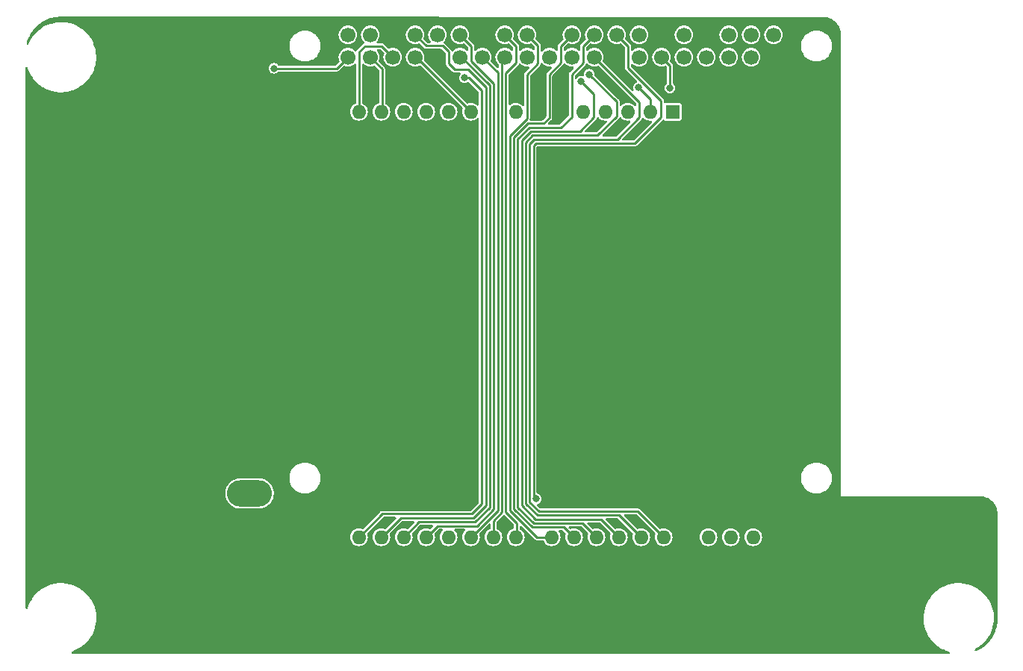
<source format=gbl>
G04 #@! TF.GenerationSoftware,KiCad,Pcbnew,7.0.7*
G04 #@! TF.CreationDate,2023-11-07T22:25:27-06:00*
G04 #@! TF.ProjectId,DiffGPS_Hardware,44696666-4750-4535-9f48-617264776172,rev?*
G04 #@! TF.SameCoordinates,Original*
G04 #@! TF.FileFunction,Copper,L2,Bot*
G04 #@! TF.FilePolarity,Positive*
%FSLAX46Y46*%
G04 Gerber Fmt 4.6, Leading zero omitted, Abs format (unit mm)*
G04 Created by KiCad (PCBNEW 7.0.7) date 2023-11-07 22:25:27*
%MOMM*%
%LPD*%
G01*
G04 APERTURE LIST*
G04 #@! TA.AperFunction,ComponentPad*
%ADD10O,5.100000X3.000000*%
G04 #@! TD*
G04 #@! TA.AperFunction,ComponentPad*
%ADD11C,1.700000*%
G04 #@! TD*
G04 #@! TA.AperFunction,ComponentPad*
%ADD12R,1.600000X1.600000*%
G04 #@! TD*
G04 #@! TA.AperFunction,ComponentPad*
%ADD13O,1.600000X1.600000*%
G04 #@! TD*
G04 #@! TA.AperFunction,ViaPad*
%ADD14C,0.800000*%
G04 #@! TD*
G04 #@! TA.AperFunction,Conductor*
%ADD15C,0.254000*%
G04 #@! TD*
G04 #@! TA.AperFunction,Conductor*
%ADD16C,0.250000*%
G04 #@! TD*
G04 APERTURE END LIST*
D10*
X63377000Y-96080800D03*
X71251000Y-96080800D03*
D11*
X82401000Y-46613000D03*
X82401000Y-44073000D03*
X84941000Y-46613000D03*
X84941000Y-44073000D03*
X87481000Y-46613000D03*
X87481000Y-44073000D03*
X90021000Y-46613000D03*
X90021000Y-44073000D03*
X92561000Y-46613000D03*
X92561000Y-44073000D03*
X95101000Y-46613000D03*
X95101000Y-44073000D03*
X97641000Y-46613000D03*
X97641000Y-44073000D03*
X100181000Y-46613000D03*
X100181000Y-44073000D03*
X102721000Y-46613000D03*
X102721000Y-44073000D03*
X105261000Y-46613000D03*
X105261000Y-44073000D03*
X107801000Y-46613000D03*
X107801000Y-44073000D03*
X110341000Y-46613000D03*
X110341000Y-44073000D03*
X112881000Y-46613000D03*
X112881000Y-44073000D03*
X115421000Y-46613000D03*
X115421000Y-44073000D03*
X117961000Y-46613000D03*
X117961000Y-44073000D03*
X120501000Y-46613000D03*
X120501000Y-44073000D03*
X123041000Y-46613000D03*
X123041000Y-44073000D03*
X125581000Y-46613000D03*
X125581000Y-44073000D03*
X128121000Y-46613000D03*
X128121000Y-44073000D03*
X130661000Y-46613000D03*
X130661000Y-44073000D03*
D12*
X119210000Y-52800000D03*
D13*
X116670000Y-52800000D03*
X114130000Y-52800000D03*
X111590000Y-52800000D03*
X109050000Y-52800000D03*
X106510000Y-52800000D03*
X103970000Y-52800000D03*
X101430000Y-52800000D03*
X96350000Y-52800000D03*
X93810000Y-52800000D03*
X91270000Y-52800000D03*
X88730000Y-52800000D03*
X86190000Y-52800000D03*
X83650000Y-52800000D03*
X83650000Y-101060000D03*
X86190000Y-101060000D03*
X88730000Y-101060000D03*
X91270000Y-101060000D03*
X93810000Y-101060000D03*
X96350000Y-101060000D03*
X98890000Y-101060000D03*
X101430000Y-101060000D03*
X105490000Y-101060000D03*
X108030000Y-101060000D03*
X110570000Y-101060000D03*
X113110000Y-101060000D03*
X115650000Y-101060000D03*
X118190000Y-101060000D03*
X120730000Y-101060000D03*
X123270000Y-101060000D03*
X125810000Y-101060000D03*
X128350000Y-101060000D03*
D14*
X74000000Y-47875000D03*
X115350000Y-50038500D03*
X110400000Y-54450000D03*
X112725000Y-54600000D03*
X101475000Y-48850000D03*
X87725000Y-51075000D03*
X111400000Y-48800000D03*
X79950000Y-49200000D03*
X77150000Y-52075000D03*
X115425000Y-54675000D03*
X82825000Y-51425000D03*
X118913714Y-50088714D03*
X95600000Y-48950000D03*
X103729500Y-96713805D03*
X108851446Y-49323500D03*
X109775000Y-48550000D03*
D15*
X116670000Y-51358500D02*
X116670000Y-52800000D01*
X74025000Y-47900000D02*
X81114000Y-47900000D01*
X115350000Y-50038500D02*
X116670000Y-51358500D01*
X81114000Y-47900000D02*
X82401000Y-46613000D01*
X74000000Y-47875000D02*
X74025000Y-47900000D01*
X96350000Y-52800000D02*
X90163000Y-46613000D01*
X90163000Y-46613000D02*
X90021000Y-46613000D01*
D16*
X118913714Y-50088714D02*
X118913714Y-47565714D01*
X118913714Y-47565714D02*
X117961000Y-46613000D01*
D15*
X86280000Y-47952000D02*
X84941000Y-46613000D01*
X86190000Y-52800000D02*
X86280000Y-52710000D01*
X86280000Y-52710000D02*
X86280000Y-47952000D01*
X83675000Y-52775000D02*
X83675000Y-46000000D01*
X86218000Y-45350000D02*
X87481000Y-46613000D01*
X84325000Y-45350000D02*
X86218000Y-45350000D01*
X83675000Y-46000000D02*
X84325000Y-45350000D01*
X83650000Y-52800000D02*
X83675000Y-52775000D01*
X97579000Y-50404000D02*
X97579000Y-97279490D01*
X95600000Y-48950000D02*
X96125000Y-48950000D01*
X86297000Y-98413000D02*
X83650000Y-101060000D01*
X96125000Y-48950000D02*
X97579000Y-50404000D01*
X97579000Y-97279490D02*
X96445490Y-98413000D01*
X96445490Y-98413000D02*
X86297000Y-98413000D01*
X93131194Y-45325000D02*
X91273000Y-45325000D01*
X98033000Y-49992104D02*
X96040896Y-48000000D01*
X91273000Y-45325000D02*
X90021000Y-44073000D01*
X86190000Y-101060000D02*
X88383000Y-98867000D01*
X93800000Y-45993806D02*
X93131194Y-45325000D01*
X94500000Y-48000000D02*
X93800000Y-47300000D01*
X98033000Y-97467542D02*
X98033000Y-49992104D01*
X96040896Y-48000000D02*
X94500000Y-48000000D01*
X88383000Y-98867000D02*
X96633542Y-98867000D01*
X96633542Y-98867000D02*
X98033000Y-97467542D01*
X93800000Y-47300000D02*
X93800000Y-45993806D01*
X98487000Y-49804052D02*
X95295948Y-46613000D01*
X95295948Y-46613000D02*
X95101000Y-46613000D01*
X90469000Y-99321000D02*
X96821594Y-99321000D01*
X88730000Y-101060000D02*
X90469000Y-99321000D01*
X96821594Y-99321000D02*
X98487000Y-97655594D01*
X98487000Y-97655594D02*
X98487000Y-49804052D01*
X91270000Y-101060000D02*
X92555000Y-99775000D01*
X96375000Y-45347000D02*
X95101000Y-44073000D01*
X96375000Y-47050000D02*
X96375000Y-45347000D01*
X98941000Y-97843646D02*
X98941000Y-49616000D01*
X98941000Y-49616000D02*
X96375000Y-47050000D01*
X92555000Y-99775000D02*
X97009646Y-99775000D01*
X97009646Y-99775000D02*
X98941000Y-97843646D01*
D16*
X103455000Y-96439305D02*
X103455000Y-56631396D01*
X117875000Y-53450000D02*
X117875000Y-51538195D01*
X114150000Y-47813195D02*
X114150000Y-45342000D01*
X114950000Y-56375000D02*
X117875000Y-53450000D01*
X103729500Y-96713805D02*
X103455000Y-96439305D01*
X114150000Y-45342000D02*
X112881000Y-44073000D01*
X103711396Y-56375000D02*
X114950000Y-56375000D01*
X103455000Y-56631396D02*
X103711396Y-56375000D01*
X117875000Y-51538195D02*
X114150000Y-47813195D01*
D15*
X96366698Y-101060000D02*
X99395000Y-98031698D01*
X99395000Y-98031698D02*
X99395000Y-48367000D01*
X96350000Y-101060000D02*
X96366698Y-101060000D01*
X99395000Y-48367000D02*
X97641000Y-46613000D01*
X99849000Y-46945000D02*
X100181000Y-46613000D01*
X98890000Y-101060000D02*
X98890000Y-99178750D01*
X99849000Y-98219750D02*
X99849000Y-46945000D01*
X98890000Y-99178750D02*
X99849000Y-98219750D01*
X101450000Y-47275000D02*
X100303000Y-48422000D01*
X101450000Y-45342000D02*
X101450000Y-47275000D01*
X101525000Y-99443208D02*
X101525000Y-100965000D01*
X100303000Y-98221208D02*
X101525000Y-99443208D01*
X101525000Y-100965000D02*
X101430000Y-101060000D01*
X100181000Y-44073000D02*
X101450000Y-45342000D01*
X100303000Y-48422000D02*
X100303000Y-98221208D01*
D16*
X103925000Y-45277000D02*
X103925000Y-47350000D01*
X103925000Y-47350000D02*
X102700000Y-48575000D01*
X102700000Y-48575000D02*
X102700000Y-53550000D01*
X102721000Y-44073000D02*
X103925000Y-45277000D01*
X103785000Y-101060000D02*
X105490000Y-101060000D01*
X100755000Y-55495000D02*
X100755000Y-98030000D01*
X102700000Y-53550000D02*
X100755000Y-55495000D01*
X100755000Y-98030000D02*
X103785000Y-101060000D01*
X102779416Y-54125000D02*
X104575000Y-54125000D01*
X108030000Y-101060000D02*
X106905000Y-99935000D01*
X105225000Y-48575000D02*
X106525000Y-47275000D01*
X103296396Y-99935000D02*
X101205000Y-97843604D01*
X106525000Y-47275000D02*
X106525000Y-45349000D01*
X104575000Y-54125000D02*
X105225000Y-53475000D01*
X106905000Y-99935000D02*
X103296396Y-99935000D01*
X101205000Y-55699416D02*
X102779416Y-54125000D01*
X105225000Y-53475000D02*
X105225000Y-48575000D01*
X106525000Y-45349000D02*
X107801000Y-44073000D01*
X101205000Y-97843604D02*
X101205000Y-55699416D01*
X108995000Y-99485000D02*
X103482792Y-99485000D01*
X107775000Y-48550000D02*
X109075000Y-47250000D01*
X102965812Y-54575000D02*
X106575000Y-54575000D01*
X101655000Y-97657208D02*
X101655000Y-55885812D01*
X103482792Y-99485000D02*
X101655000Y-97657208D01*
X106575000Y-54575000D02*
X107775000Y-53375000D01*
X110570000Y-101060000D02*
X108995000Y-99485000D01*
X109075000Y-45339000D02*
X110341000Y-44073000D01*
X107775000Y-53375000D02*
X107775000Y-48550000D01*
X101655000Y-55885812D02*
X102965812Y-54575000D01*
X109075000Y-47250000D02*
X109075000Y-45339000D01*
X111085000Y-99035000D02*
X113110000Y-101060000D01*
X110300000Y-50772054D02*
X110300000Y-53425000D01*
X108851446Y-49323500D02*
X110300000Y-50772054D01*
X102105000Y-56072208D02*
X102105000Y-97455000D01*
X110300000Y-53425000D02*
X108700000Y-55025000D01*
X108700000Y-55025000D02*
X103152208Y-55025000D01*
X102105000Y-97455000D02*
X103685000Y-99035000D01*
X103685000Y-99035000D02*
X111085000Y-99035000D01*
X103152208Y-55025000D02*
X102105000Y-56072208D01*
X103871396Y-98585000D02*
X102555000Y-97268604D01*
X102555000Y-56258604D02*
X103338604Y-55475000D01*
X112875000Y-53325000D02*
X112875000Y-51650000D01*
X113175000Y-98585000D02*
X103871396Y-98585000D01*
X115650000Y-101060000D02*
X113175000Y-98585000D01*
X102555000Y-97268604D02*
X102555000Y-56258604D01*
X110725000Y-55475000D02*
X112875000Y-53325000D01*
X103338604Y-55475000D02*
X110725000Y-55475000D01*
X112875000Y-51650000D02*
X109775000Y-48550000D01*
X103005000Y-97082208D02*
X103005000Y-56445000D01*
X115425000Y-53450000D02*
X115425000Y-51697000D01*
X112950000Y-55925000D02*
X115425000Y-53450000D01*
X104057792Y-98135000D02*
X103005000Y-97082208D01*
X103525000Y-55925000D02*
X112950000Y-55925000D01*
X103005000Y-56445000D02*
X103525000Y-55925000D01*
X115425000Y-51697000D02*
X110341000Y-46613000D01*
X115265000Y-98135000D02*
X104057792Y-98135000D01*
X118190000Y-101060000D02*
X115265000Y-98135000D01*
G04 #@! TA.AperFunction,Conductor*
G36*
X115898483Y-53468011D02*
G01*
X115954726Y-53506520D01*
X115954740Y-53506507D01*
X115954810Y-53506577D01*
X115956574Y-53507785D01*
X115959116Y-53510882D01*
X115959117Y-53510883D01*
X116111462Y-53635910D01*
X116285273Y-53728814D01*
X116473868Y-53786024D01*
X116473872Y-53786024D01*
X116473874Y-53786025D01*
X116669997Y-53805341D01*
X116670000Y-53805341D01*
X116670002Y-53805341D01*
X116694654Y-53802912D01*
X116751416Y-53797322D01*
X116821168Y-53810550D01*
X116872697Y-53859390D01*
X116889641Y-53928335D01*
X116866620Y-53995496D01*
X116852862Y-54011810D01*
X115788832Y-55075842D01*
X114852077Y-56012596D01*
X114789767Y-56046620D01*
X114762984Y-56049500D01*
X113590016Y-56049500D01*
X113521895Y-56029498D01*
X113475402Y-55975842D01*
X113465298Y-55905568D01*
X113494792Y-55840988D01*
X113500921Y-55834405D01*
X113950921Y-55384405D01*
X115643174Y-53692150D01*
X115647204Y-53688456D01*
X115678194Y-53662455D01*
X115698415Y-53627428D01*
X115701352Y-53622817D01*
X115724554Y-53589684D01*
X115724554Y-53589681D01*
X115727157Y-53584101D01*
X115733479Y-53568838D01*
X115739358Y-53552687D01*
X115741271Y-53553383D01*
X115766612Y-53502241D01*
X115827522Y-53465766D01*
X115898483Y-53468011D01*
G37*
G04 #@! TD.AperFunction*
G04 #@! TA.AperFunction,Conductor*
G36*
X113363876Y-53445245D02*
G01*
X113375049Y-53457187D01*
X113417672Y-53509122D01*
X113419117Y-53510883D01*
X113571462Y-53635910D01*
X113745273Y-53728814D01*
X113933868Y-53786024D01*
X113933872Y-53786024D01*
X113933874Y-53786025D01*
X114129997Y-53805341D01*
X114130000Y-53805341D01*
X114130003Y-53805341D01*
X114311250Y-53787490D01*
X114381003Y-53800719D01*
X114432531Y-53849559D01*
X114449475Y-53918504D01*
X114426453Y-53985665D01*
X114412695Y-54001978D01*
X112852079Y-55562595D01*
X112789767Y-55596620D01*
X112762984Y-55599500D01*
X111365016Y-55599500D01*
X111296895Y-55579498D01*
X111250402Y-55525842D01*
X111240298Y-55455568D01*
X111269792Y-55390988D01*
X111275921Y-55384405D01*
X112175921Y-54484405D01*
X113093180Y-53567145D01*
X113097210Y-53563451D01*
X113128194Y-53537455D01*
X113148421Y-53502418D01*
X113151348Y-53497823D01*
X113174440Y-53464845D01*
X113229896Y-53420521D01*
X113300516Y-53413213D01*
X113363876Y-53445245D01*
G37*
G04 #@! TD.AperFunction*
G04 #@! TA.AperFunction,Conductor*
G36*
X110777822Y-53418457D02*
G01*
X110835908Y-53458233D01*
X110879117Y-53510883D01*
X111031462Y-53635910D01*
X111205273Y-53728814D01*
X111393868Y-53786024D01*
X111393872Y-53786024D01*
X111393874Y-53786025D01*
X111589997Y-53805341D01*
X111589998Y-53805341D01*
X111589998Y-53805340D01*
X111590000Y-53805341D01*
X111621499Y-53802238D01*
X111691249Y-53815465D01*
X111742779Y-53864304D01*
X111759724Y-53933249D01*
X111736704Y-54000410D01*
X111722945Y-54016726D01*
X110627079Y-55112595D01*
X110564766Y-55146620D01*
X110537983Y-55149500D01*
X109340016Y-55149500D01*
X109271895Y-55129498D01*
X109225402Y-55075842D01*
X109215298Y-55005568D01*
X109244792Y-54940988D01*
X109250908Y-54934417D01*
X110518174Y-53667150D01*
X110522204Y-53663456D01*
X110553194Y-53637455D01*
X110573415Y-53602428D01*
X110576352Y-53597817D01*
X110599554Y-53564684D01*
X110599554Y-53564681D01*
X110602157Y-53559101D01*
X110608479Y-53543838D01*
X110610585Y-53538049D01*
X110610588Y-53538045D01*
X110614423Y-53516289D01*
X110645948Y-53452677D01*
X110706861Y-53416206D01*
X110777822Y-53418457D01*
G37*
G04 #@! TD.AperFunction*
G04 #@! TA.AperFunction,Conductor*
G36*
X107012408Y-47323056D02*
G01*
X107050305Y-47354189D01*
X107051470Y-47355609D01*
X107054590Y-47359410D01*
X107214550Y-47490685D01*
X107397046Y-47588232D01*
X107595066Y-47648300D01*
X107595070Y-47648300D01*
X107595072Y-47648301D01*
X107800997Y-47668583D01*
X107801000Y-47668583D01*
X107801002Y-47668583D01*
X107888803Y-47659935D01*
X107958557Y-47673163D01*
X108010085Y-47722003D01*
X108027029Y-47790948D01*
X108004008Y-47858109D01*
X107990249Y-47874423D01*
X107556843Y-48307829D01*
X107552792Y-48311542D01*
X107521806Y-48337544D01*
X107521804Y-48337547D01*
X107501589Y-48372558D01*
X107498638Y-48377191D01*
X107475445Y-48410316D01*
X107472873Y-48415832D01*
X107466493Y-48431235D01*
X107464412Y-48436952D01*
X107457392Y-48476761D01*
X107456203Y-48482126D01*
X107449505Y-48507126D01*
X107445736Y-48521193D01*
X107448926Y-48557654D01*
X107449260Y-48561465D01*
X107449500Y-48566959D01*
X107449500Y-53187983D01*
X107429498Y-53256104D01*
X107412599Y-53277073D01*
X106477077Y-54212596D01*
X106414767Y-54246620D01*
X106387984Y-54249500D01*
X105215017Y-54249500D01*
X105146896Y-54229498D01*
X105100403Y-54175842D01*
X105090299Y-54105568D01*
X105119793Y-54040988D01*
X105125921Y-54034405D01*
X105363705Y-53796620D01*
X105443179Y-53717145D01*
X105447211Y-53713451D01*
X105478194Y-53687455D01*
X105498415Y-53652428D01*
X105501352Y-53647817D01*
X105524554Y-53614684D01*
X105524554Y-53614681D01*
X105527157Y-53609101D01*
X105533479Y-53593838D01*
X105535587Y-53588046D01*
X105535588Y-53588045D01*
X105542607Y-53548231D01*
X105543791Y-53542886D01*
X105554264Y-53503807D01*
X105550738Y-53463522D01*
X105550499Y-53458033D01*
X105550499Y-51116814D01*
X105550499Y-48762011D01*
X105570501Y-48693894D01*
X105587399Y-48672925D01*
X106743186Y-47517138D01*
X106747204Y-47513456D01*
X106778194Y-47487455D01*
X106798415Y-47452428D01*
X106801352Y-47447817D01*
X106824554Y-47414684D01*
X106824554Y-47414681D01*
X106827157Y-47409101D01*
X106833478Y-47393840D01*
X106834502Y-47391028D01*
X106834825Y-47390589D01*
X106836620Y-47386256D01*
X106841107Y-47378487D01*
X106842951Y-47379552D01*
X106876595Y-47333856D01*
X106942916Y-47308517D01*
X107012408Y-47323056D01*
G37*
G04 #@! TD.AperFunction*
G04 #@! TA.AperFunction,Conductor*
G36*
X104469959Y-47305701D02*
G01*
X104476862Y-47313438D01*
X104514590Y-47359410D01*
X104674550Y-47490685D01*
X104857046Y-47588232D01*
X105055066Y-47648300D01*
X105055070Y-47648300D01*
X105055072Y-47648301D01*
X105260997Y-47668583D01*
X105261000Y-47668583D01*
X105261002Y-47668583D01*
X105311237Y-47663635D01*
X105365442Y-47658296D01*
X105435194Y-47671524D01*
X105486723Y-47720364D01*
X105503667Y-47789309D01*
X105480646Y-47856470D01*
X105466888Y-47872784D01*
X105006843Y-48332829D01*
X105002792Y-48336542D01*
X104971806Y-48362544D01*
X104971804Y-48362547D01*
X104951589Y-48397558D01*
X104948638Y-48402191D01*
X104925445Y-48435316D01*
X104922873Y-48440832D01*
X104916493Y-48456235D01*
X104914412Y-48461952D01*
X104907392Y-48501761D01*
X104906203Y-48507126D01*
X104895736Y-48546192D01*
X104895736Y-48546193D01*
X104899259Y-48586467D01*
X104899499Y-48591960D01*
X104899500Y-53287983D01*
X104879498Y-53356104D01*
X104862596Y-53377077D01*
X104477077Y-53762596D01*
X104414767Y-53796620D01*
X104387984Y-53799500D01*
X103136688Y-53799500D01*
X103068567Y-53779498D01*
X103022074Y-53725842D01*
X103011970Y-53655568D01*
X103012602Y-53651620D01*
X103012879Y-53650054D01*
X103017610Y-53623221D01*
X103018797Y-53617863D01*
X103029263Y-53578807D01*
X103025738Y-53538518D01*
X103025499Y-53533059D01*
X103025499Y-48762014D01*
X103045501Y-48693894D01*
X103062399Y-48672925D01*
X104143186Y-47592138D01*
X104147204Y-47588456D01*
X104178194Y-47562455D01*
X104198415Y-47527428D01*
X104201352Y-47522817D01*
X104224554Y-47489684D01*
X104224554Y-47489681D01*
X104227157Y-47484101D01*
X104233479Y-47468838D01*
X104235587Y-47463046D01*
X104235588Y-47463045D01*
X104242607Y-47423231D01*
X104243798Y-47417863D01*
X104257119Y-47368156D01*
X104259294Y-47368738D01*
X104279805Y-47316290D01*
X104337305Y-47274645D01*
X104408191Y-47270697D01*
X104469959Y-47305701D01*
G37*
G04 #@! TD.AperFunction*
G04 #@! TA.AperFunction,Conductor*
G36*
X109561823Y-47328623D02*
G01*
X109590273Y-47354150D01*
X109594585Y-47359404D01*
X109594590Y-47359410D01*
X109754550Y-47490685D01*
X109937046Y-47588232D01*
X110135066Y-47648300D01*
X110135070Y-47648300D01*
X110135072Y-47648301D01*
X110340997Y-47668583D01*
X110341000Y-47668583D01*
X110341003Y-47668583D01*
X110546927Y-47648301D01*
X110546928Y-47648300D01*
X110546934Y-47648300D01*
X110744954Y-47588232D01*
X110744964Y-47588226D01*
X110745606Y-47587961D01*
X110745980Y-47587920D01*
X110750878Y-47586435D01*
X110751159Y-47587362D01*
X110816194Y-47580359D01*
X110879687Y-47612127D01*
X110882940Y-47615266D01*
X115062595Y-51794921D01*
X115096621Y-51857233D01*
X115099500Y-51884016D01*
X115099500Y-52052096D01*
X115079498Y-52120217D01*
X115025842Y-52166710D01*
X114955568Y-52176814D01*
X114890988Y-52147320D01*
X114876101Y-52132030D01*
X114871697Y-52126664D01*
X114840883Y-52089117D01*
X114688538Y-51964090D01*
X114609365Y-51921771D01*
X114514728Y-51871186D01*
X114326125Y-51813974D01*
X114130003Y-51794659D01*
X114129997Y-51794659D01*
X113933875Y-51813974D01*
X113933873Y-51813974D01*
X113745271Y-51871186D01*
X113571461Y-51964090D01*
X113419111Y-52089121D01*
X113415595Y-52092638D01*
X113353283Y-52126664D01*
X113282468Y-52121599D01*
X113225632Y-52079052D01*
X113200821Y-52012532D01*
X113200500Y-52003543D01*
X113200500Y-51666959D01*
X113200740Y-51661465D01*
X113202958Y-51636116D01*
X113204264Y-51621193D01*
X113193792Y-51582114D01*
X113192610Y-51576782D01*
X113185588Y-51536955D01*
X113185585Y-51536949D01*
X113183485Y-51531181D01*
X113177144Y-51515870D01*
X113174554Y-51510316D01*
X113151363Y-51477196D01*
X113148409Y-51472558D01*
X113143339Y-51463777D01*
X113128194Y-51437545D01*
X113128193Y-51437544D01*
X113097212Y-51411547D01*
X113093169Y-51407843D01*
X110407708Y-48722382D01*
X110373682Y-48660070D01*
X110371881Y-48616844D01*
X110380682Y-48550000D01*
X110360044Y-48393238D01*
X110299536Y-48247159D01*
X110203282Y-48121718D01*
X110077841Y-48025464D01*
X109987997Y-47988249D01*
X109931760Y-47964955D01*
X109775000Y-47944318D01*
X109618239Y-47964955D01*
X109472160Y-48025463D01*
X109472157Y-48025465D01*
X109346718Y-48121718D01*
X109250465Y-48247157D01*
X109250463Y-48247160D01*
X109189955Y-48393239D01*
X109169318Y-48549999D01*
X109169318Y-48550000D01*
X109176366Y-48603537D01*
X109165426Y-48673686D01*
X109118298Y-48726784D01*
X109049944Y-48745974D01*
X109016574Y-48739134D01*
X109016184Y-48740593D01*
X109008209Y-48738456D01*
X108851446Y-48717818D01*
X108694685Y-48738455D01*
X108548606Y-48798963D01*
X108548603Y-48798965D01*
X108478391Y-48852841D01*
X108423164Y-48895218D01*
X108381129Y-48950000D01*
X108326463Y-49021242D01*
X108269125Y-49063109D01*
X108198254Y-49067331D01*
X108136351Y-49032567D01*
X108103070Y-48969854D01*
X108100500Y-48944538D01*
X108100500Y-48737015D01*
X108120502Y-48668894D01*
X108137400Y-48647924D01*
X109293174Y-47492150D01*
X109297204Y-47488456D01*
X109328194Y-47462455D01*
X109348415Y-47427428D01*
X109351352Y-47422817D01*
X109374554Y-47389684D01*
X109374556Y-47389676D01*
X109378674Y-47380845D01*
X109425586Y-47327556D01*
X109493861Y-47308088D01*
X109561823Y-47328623D01*
G37*
G04 #@! TD.AperFunction*
G04 #@! TA.AperFunction,Conductor*
G36*
X101937360Y-47329096D02*
G01*
X101969635Y-47355609D01*
X101970212Y-47355033D01*
X101974583Y-47359404D01*
X101974588Y-47359408D01*
X101974590Y-47359410D01*
X102134550Y-47490685D01*
X102317046Y-47588232D01*
X102515066Y-47648300D01*
X102515070Y-47648300D01*
X102515072Y-47648301D01*
X102720997Y-47668583D01*
X102721000Y-47668583D01*
X102721002Y-47668583D01*
X102755155Y-47665218D01*
X102842081Y-47656657D01*
X102911833Y-47669885D01*
X102963362Y-47718725D01*
X102980306Y-47787670D01*
X102957285Y-47854831D01*
X102943527Y-47871145D01*
X102481843Y-48332829D01*
X102477792Y-48336542D01*
X102446806Y-48362544D01*
X102446804Y-48362547D01*
X102426589Y-48397558D01*
X102423638Y-48402191D01*
X102400445Y-48435316D01*
X102397873Y-48440832D01*
X102391493Y-48456235D01*
X102389412Y-48461952D01*
X102382392Y-48501761D01*
X102381203Y-48507126D01*
X102370736Y-48546192D01*
X102370736Y-48546194D01*
X102374260Y-48586465D01*
X102374500Y-48591959D01*
X102374500Y-52021633D01*
X102354498Y-52089754D01*
X102300842Y-52136247D01*
X102230568Y-52146351D01*
X102165988Y-52116857D01*
X102151102Y-52101569D01*
X102144694Y-52093761D01*
X102140883Y-52089117D01*
X102136853Y-52085810D01*
X101988538Y-51964090D01*
X101814728Y-51871186D01*
X101626125Y-51813974D01*
X101430003Y-51794659D01*
X101429997Y-51794659D01*
X101233875Y-51813974D01*
X101233873Y-51813974D01*
X101045271Y-51871186D01*
X100871461Y-51964090D01*
X100836432Y-51992838D01*
X100771084Y-52020591D01*
X100701106Y-52008609D01*
X100648715Y-51960696D01*
X100630499Y-51895438D01*
X100630499Y-50391553D01*
X100630499Y-48609840D01*
X100650501Y-48541723D01*
X100667399Y-48520754D01*
X101669543Y-47518610D01*
X101673561Y-47514928D01*
X101704750Y-47488760D01*
X101725100Y-47453511D01*
X101728054Y-47448875D01*
X101728811Y-47447794D01*
X101751394Y-47415543D01*
X101751394Y-47415540D01*
X101753876Y-47410219D01*
X101763481Y-47387034D01*
X101768013Y-47379186D01*
X101771255Y-47381058D01*
X101801548Y-47339906D01*
X101867867Y-47314562D01*
X101937360Y-47329096D01*
G37*
G04 #@! TD.AperFunction*
G04 #@! TA.AperFunction,Conductor*
G36*
X136218331Y-42037483D02*
G01*
X136218387Y-42037500D01*
X136268941Y-42037500D01*
X136273056Y-42037634D01*
X136354648Y-42042982D01*
X136540757Y-42056293D01*
X136548538Y-42057341D01*
X136666233Y-42080752D01*
X136813254Y-42112734D01*
X136820098Y-42114633D01*
X136940739Y-42155585D01*
X137075491Y-42205846D01*
X137081328Y-42208366D01*
X137180527Y-42257286D01*
X137198386Y-42266093D01*
X137322551Y-42333892D01*
X137327359Y-42336803D01*
X137435882Y-42409316D01*
X137438622Y-42411256D01*
X137549869Y-42494534D01*
X137553634Y-42497587D01*
X137652184Y-42584014D01*
X137655178Y-42586818D01*
X137753179Y-42684819D01*
X137755984Y-42687814D01*
X137842411Y-42786364D01*
X137845470Y-42790136D01*
X137886542Y-42845003D01*
X137928742Y-42901376D01*
X137930691Y-42904129D01*
X138003193Y-43012636D01*
X138006106Y-43017446D01*
X138073906Y-43141613D01*
X138131630Y-43258665D01*
X138134156Y-43264516D01*
X138184412Y-43399254D01*
X138225359Y-43519881D01*
X138227264Y-43526746D01*
X138259247Y-43673766D01*
X138282655Y-43791448D01*
X138283706Y-43799252D01*
X138297017Y-43985354D01*
X138302364Y-44066938D01*
X138302499Y-44071063D01*
X138299500Y-96383419D01*
X138299458Y-96400000D01*
X138299676Y-96400541D01*
X138299999Y-96400540D01*
X138300000Y-96400541D01*
X138300000Y-96400540D01*
X138325014Y-96400524D01*
X138325014Y-96400528D01*
X138325158Y-96400500D01*
X154047899Y-96400500D01*
X154052085Y-96400639D01*
X154060647Y-96401209D01*
X154132430Y-96405989D01*
X154319702Y-96419597D01*
X154327613Y-96420680D01*
X154444630Y-96444336D01*
X154591989Y-96476919D01*
X154598949Y-96478883D01*
X154718944Y-96520313D01*
X154815740Y-96557044D01*
X154853683Y-96571442D01*
X154859605Y-96574044D01*
X154927816Y-96608303D01*
X154975946Y-96632476D01*
X155099736Y-96701354D01*
X155104598Y-96704355D01*
X155212159Y-96777693D01*
X155214929Y-96779693D01*
X155325450Y-96864206D01*
X155329261Y-96867366D01*
X155426541Y-96954669D01*
X155429564Y-96957569D01*
X155526458Y-97056916D01*
X155529281Y-97060010D01*
X155600809Y-97143835D01*
X155614134Y-97159450D01*
X155617190Y-97163330D01*
X155698899Y-97275908D01*
X155700836Y-97278736D01*
X155771469Y-97388106D01*
X155774347Y-97393041D01*
X155840117Y-97518526D01*
X155852687Y-97545195D01*
X155895619Y-97636283D01*
X155898071Y-97642264D01*
X155945811Y-97778222D01*
X155984235Y-97899231D01*
X155986026Y-97906244D01*
X156014911Y-98054346D01*
X156035637Y-98171933D01*
X156036524Y-98179883D01*
X156045451Y-98367519D01*
X156048789Y-98447893D01*
X156048825Y-98452023D01*
X156047890Y-98490905D01*
X156048989Y-98501627D01*
X156075196Y-110285271D01*
X156075129Y-110288321D01*
X156067218Y-110459438D01*
X156057338Y-110660552D01*
X156056809Y-110666167D01*
X156030926Y-110851720D01*
X156003135Y-111039067D01*
X156002143Y-111044249D01*
X155958659Y-111229134D01*
X155913185Y-111410673D01*
X155911807Y-111415387D01*
X155851083Y-111596566D01*
X155835215Y-111640914D01*
X155788313Y-111771994D01*
X155786628Y-111776218D01*
X155709157Y-111951675D01*
X155629643Y-112119791D01*
X155627730Y-112123512D01*
X155534170Y-112291486D01*
X155438631Y-112450883D01*
X155436568Y-112454099D01*
X155327703Y-112613025D01*
X155216995Y-112762294D01*
X155214861Y-112765012D01*
X155091621Y-112913427D01*
X154966734Y-113051217D01*
X154964602Y-113053457D01*
X154829157Y-113188902D01*
X154826917Y-113191034D01*
X154689127Y-113315921D01*
X154540712Y-113439161D01*
X154537994Y-113441295D01*
X154422019Y-113527310D01*
X154388717Y-113552008D01*
X154229799Y-113660868D01*
X154226583Y-113662931D01*
X154067186Y-113758470D01*
X153899212Y-113852030D01*
X153895491Y-113853943D01*
X153727374Y-113933457D01*
X153619650Y-113981021D01*
X153549254Y-113990237D01*
X153485050Y-113959932D01*
X153447423Y-113899727D01*
X153448318Y-113828736D01*
X153487452Y-113769499D01*
X153514084Y-113752236D01*
X153559983Y-113730133D01*
X153898431Y-113523312D01*
X154214604Y-113283820D01*
X154505361Y-113014037D01*
X154767811Y-112716645D01*
X154999346Y-112394600D01*
X155197665Y-112051101D01*
X155360797Y-111689563D01*
X155487121Y-111313578D01*
X155575381Y-110926885D01*
X155624701Y-110533325D01*
X155634589Y-110136810D01*
X155604949Y-109741280D01*
X155536073Y-109350668D01*
X155428647Y-108968854D01*
X155283739Y-108599634D01*
X155102789Y-108246677D01*
X154887594Y-107913491D01*
X154640294Y-107603386D01*
X154363347Y-107319446D01*
X154059504Y-107064492D01*
X153731786Y-106841058D01*
X153731777Y-106841053D01*
X153383455Y-106651366D01*
X153017958Y-106497296D01*
X153017954Y-106497294D01*
X152738545Y-106411109D01*
X152638940Y-106380385D01*
X152250166Y-106301792D01*
X152250165Y-106301791D01*
X152250161Y-106301791D01*
X151855505Y-106262300D01*
X151855499Y-106262300D01*
X151558079Y-106262300D01*
X151558072Y-106262300D01*
X151261044Y-106277123D01*
X151018501Y-106313681D01*
X150868827Y-106336241D01*
X150868823Y-106336241D01*
X150868823Y-106336242D01*
X150484453Y-106434114D01*
X150484432Y-106434121D01*
X150111758Y-106569762D01*
X150111731Y-106569773D01*
X149754382Y-106741864D01*
X149754381Y-106741864D01*
X149415927Y-106948689D01*
X149099747Y-107188187D01*
X148809003Y-107457959D01*
X148809001Y-107457961D01*
X148546552Y-107755351D01*
X148546544Y-107755360D01*
X148429982Y-107917489D01*
X148315014Y-108077400D01*
X148315011Y-108077404D01*
X148315011Y-108077405D01*
X148116701Y-108420888D01*
X148116695Y-108420898D01*
X147953564Y-108782435D01*
X147953561Y-108782442D01*
X147827240Y-109158416D01*
X147827237Y-109158425D01*
X147738980Y-109545106D01*
X147738979Y-109545117D01*
X147689658Y-109938675D01*
X147679771Y-110335190D01*
X147709410Y-110730714D01*
X147709410Y-110730719D01*
X147709411Y-110730720D01*
X147778287Y-111121332D01*
X147791958Y-111169920D01*
X147885712Y-111503145D01*
X148030616Y-111872355D01*
X148030619Y-111872361D01*
X148030621Y-111872366D01*
X148211571Y-112225323D01*
X148426766Y-112558509D01*
X148674066Y-112868614D01*
X148951013Y-113152554D01*
X149254856Y-113407508D01*
X149582574Y-113630942D01*
X149638993Y-113661666D01*
X149887512Y-113797003D01*
X149930910Y-113820636D01*
X150261360Y-113959932D01*
X150296401Y-113974703D01*
X150296405Y-113974705D01*
X150550551Y-114053098D01*
X150609750Y-114092290D01*
X150638362Y-114157266D01*
X150627303Y-114227396D01*
X150580085Y-114280414D01*
X150513412Y-114299500D01*
X134416899Y-114299500D01*
X51168995Y-114263273D01*
X51100883Y-114243241D01*
X51054414Y-114189565D01*
X51044340Y-114119287D01*
X51073861Y-114054719D01*
X51125955Y-114018872D01*
X51287894Y-113959932D01*
X51435422Y-113906237D01*
X51435432Y-113906232D01*
X51435445Y-113906228D01*
X51792803Y-113734133D01*
X52131251Y-113527312D01*
X52447424Y-113287820D01*
X52738181Y-113018037D01*
X53000631Y-112720645D01*
X53232166Y-112398600D01*
X53430485Y-112055101D01*
X53593617Y-111693563D01*
X53719941Y-111317578D01*
X53808201Y-110930885D01*
X53857521Y-110537325D01*
X53867409Y-110140810D01*
X53837769Y-109745280D01*
X53768893Y-109354668D01*
X53661467Y-108972854D01*
X53516559Y-108603634D01*
X53335609Y-108250677D01*
X53120414Y-107917491D01*
X52873114Y-107607386D01*
X52596167Y-107323446D01*
X52292324Y-107068492D01*
X51964606Y-106845058D01*
X51957252Y-106841053D01*
X51616275Y-106655366D01*
X51250778Y-106501296D01*
X51250774Y-106501294D01*
X50971365Y-106415109D01*
X50871760Y-106384385D01*
X50482986Y-106305792D01*
X50482985Y-106305791D01*
X50482981Y-106305791D01*
X50088325Y-106266300D01*
X50088319Y-106266300D01*
X49790899Y-106266300D01*
X49790892Y-106266300D01*
X49493864Y-106281123D01*
X49251321Y-106317681D01*
X49101647Y-106340241D01*
X49101643Y-106340241D01*
X49101643Y-106340242D01*
X48717273Y-106438114D01*
X48717252Y-106438121D01*
X48344578Y-106573762D01*
X48344551Y-106573773D01*
X47987202Y-106745864D01*
X47987201Y-106745864D01*
X47648747Y-106952689D01*
X47415388Y-107129452D01*
X47337848Y-107188187D01*
X47332567Y-107192187D01*
X47041823Y-107461959D01*
X47041821Y-107461961D01*
X46779372Y-107759351D01*
X46779364Y-107759360D01*
X46616684Y-107985635D01*
X46547834Y-108081400D01*
X46547831Y-108081404D01*
X46547831Y-108081405D01*
X46349521Y-108424888D01*
X46349515Y-108424898D01*
X46186384Y-108786435D01*
X46186381Y-108786442D01*
X46082739Y-109094917D01*
X46042083Y-109153121D01*
X45976414Y-109180104D01*
X45906581Y-109167300D01*
X45854756Y-109118775D01*
X45837300Y-109054788D01*
X45837300Y-101060003D01*
X82644659Y-101060003D01*
X82663974Y-101256124D01*
X82663974Y-101256126D01*
X82721186Y-101444728D01*
X82725129Y-101452104D01*
X82814090Y-101618538D01*
X82939117Y-101770883D01*
X83091462Y-101895910D01*
X83265273Y-101988814D01*
X83453868Y-102046024D01*
X83453872Y-102046024D01*
X83453874Y-102046025D01*
X83649997Y-102065341D01*
X83650000Y-102065341D01*
X83650003Y-102065341D01*
X83846124Y-102046025D01*
X83846126Y-102046025D01*
X83846127Y-102046024D01*
X83846132Y-102046024D01*
X84034727Y-101988814D01*
X84208538Y-101895910D01*
X84360883Y-101770883D01*
X84485910Y-101618538D01*
X84578814Y-101444727D01*
X84636024Y-101256132D01*
X84655341Y-101060000D01*
X84636024Y-100863873D01*
X84636023Y-100863864D01*
X84581900Y-100685446D01*
X84581266Y-100614452D01*
X84613379Y-100559774D01*
X85021778Y-100151376D01*
X85941750Y-99231404D01*
X86395751Y-98777404D01*
X86458063Y-98743379D01*
X86484846Y-98740500D01*
X87742155Y-98740500D01*
X87810276Y-98760502D01*
X87856769Y-98814158D01*
X87866873Y-98884432D01*
X87837379Y-98949012D01*
X87831250Y-98955595D01*
X86690224Y-100096620D01*
X86627912Y-100130646D01*
X86564554Y-100128100D01*
X86386132Y-100073976D01*
X86386131Y-100073975D01*
X86386125Y-100073974D01*
X86190003Y-100054659D01*
X86189997Y-100054659D01*
X85993875Y-100073974D01*
X85993873Y-100073974D01*
X85805271Y-100131186D01*
X85631461Y-100224090D01*
X85479117Y-100349117D01*
X85354090Y-100501461D01*
X85261186Y-100675271D01*
X85203974Y-100863873D01*
X85203974Y-100863875D01*
X85184659Y-101059996D01*
X85184659Y-101060003D01*
X85203974Y-101256124D01*
X85203974Y-101256126D01*
X85261186Y-101444728D01*
X85265129Y-101452104D01*
X85354090Y-101618538D01*
X85479117Y-101770883D01*
X85631462Y-101895910D01*
X85805273Y-101988814D01*
X85993868Y-102046024D01*
X85993872Y-102046024D01*
X85993874Y-102046025D01*
X86189997Y-102065341D01*
X86190000Y-102065341D01*
X86190003Y-102065341D01*
X86386124Y-102046025D01*
X86386126Y-102046025D01*
X86386127Y-102046024D01*
X86386132Y-102046024D01*
X86574727Y-101988814D01*
X86748538Y-101895910D01*
X86900883Y-101770883D01*
X87025910Y-101618538D01*
X87118814Y-101444727D01*
X87176024Y-101256132D01*
X87195341Y-101060000D01*
X87176024Y-100863873D01*
X87176023Y-100863864D01*
X87121900Y-100685446D01*
X87121266Y-100614452D01*
X87153379Y-100559774D01*
X87452333Y-100260821D01*
X88137559Y-99575595D01*
X88481751Y-99231404D01*
X88544063Y-99197379D01*
X88570846Y-99194500D01*
X89828155Y-99194500D01*
X89896276Y-99214502D01*
X89942769Y-99268158D01*
X89952873Y-99338432D01*
X89923379Y-99403012D01*
X89917263Y-99409581D01*
X89559547Y-99767298D01*
X89230224Y-100096621D01*
X89167912Y-100130646D01*
X89104554Y-100128100D01*
X88926132Y-100073976D01*
X88926131Y-100073975D01*
X88926125Y-100073974D01*
X88730003Y-100054659D01*
X88729997Y-100054659D01*
X88533875Y-100073974D01*
X88533873Y-100073974D01*
X88345271Y-100131186D01*
X88171461Y-100224090D01*
X88019117Y-100349117D01*
X87894090Y-100501461D01*
X87801186Y-100675271D01*
X87743974Y-100863873D01*
X87743974Y-100863875D01*
X87724659Y-101059996D01*
X87724659Y-101060003D01*
X87743974Y-101256124D01*
X87743974Y-101256126D01*
X87801186Y-101444728D01*
X87805129Y-101452104D01*
X87894090Y-101618538D01*
X88019117Y-101770883D01*
X88171462Y-101895910D01*
X88345273Y-101988814D01*
X88533868Y-102046024D01*
X88533872Y-102046024D01*
X88533874Y-102046025D01*
X88729997Y-102065341D01*
X88730000Y-102065341D01*
X88730003Y-102065341D01*
X88926124Y-102046025D01*
X88926126Y-102046025D01*
X88926127Y-102046024D01*
X88926132Y-102046024D01*
X89114727Y-101988814D01*
X89288538Y-101895910D01*
X89440883Y-101770883D01*
X89565910Y-101618538D01*
X89658814Y-101444727D01*
X89716024Y-101256132D01*
X89735341Y-101060000D01*
X89716024Y-100863873D01*
X89716023Y-100863864D01*
X89661900Y-100685446D01*
X89661266Y-100614452D01*
X89693379Y-100559774D01*
X89904037Y-100349117D01*
X90289871Y-99963283D01*
X90567751Y-99685404D01*
X90630063Y-99651379D01*
X90656846Y-99648500D01*
X91914154Y-99648500D01*
X91982275Y-99668502D01*
X92028768Y-99722158D01*
X92038872Y-99792432D01*
X92009378Y-99857012D01*
X92003249Y-99863596D01*
X91770223Y-100096620D01*
X91707911Y-100130645D01*
X91644553Y-100128099D01*
X91466129Y-100073975D01*
X91466124Y-100073974D01*
X91270003Y-100054659D01*
X91269997Y-100054659D01*
X91073875Y-100073974D01*
X91073873Y-100073974D01*
X90885271Y-100131186D01*
X90711461Y-100224090D01*
X90559117Y-100349117D01*
X90434090Y-100501461D01*
X90341186Y-100675271D01*
X90283974Y-100863873D01*
X90283974Y-100863875D01*
X90264659Y-101059996D01*
X90264659Y-101060003D01*
X90283974Y-101256124D01*
X90283974Y-101256126D01*
X90341186Y-101444728D01*
X90345129Y-101452104D01*
X90434090Y-101618538D01*
X90559117Y-101770883D01*
X90711462Y-101895910D01*
X90885273Y-101988814D01*
X91073868Y-102046024D01*
X91073872Y-102046024D01*
X91073874Y-102046025D01*
X91269997Y-102065341D01*
X91270000Y-102065341D01*
X91270003Y-102065341D01*
X91466124Y-102046025D01*
X91466126Y-102046025D01*
X91466127Y-102046024D01*
X91466132Y-102046024D01*
X91654727Y-101988814D01*
X91828538Y-101895910D01*
X91980883Y-101770883D01*
X92105910Y-101618538D01*
X92198814Y-101444727D01*
X92256024Y-101256132D01*
X92275341Y-101060000D01*
X92256024Y-100863873D01*
X92256023Y-100863864D01*
X92201900Y-100685446D01*
X92201266Y-100614452D01*
X92233377Y-100559776D01*
X92653750Y-100139404D01*
X92716063Y-100105379D01*
X92742846Y-100102500D01*
X93047474Y-100102500D01*
X93115595Y-100122502D01*
X93162088Y-100176158D01*
X93172192Y-100246432D01*
X93142698Y-100311012D01*
X93127408Y-100325899D01*
X93099117Y-100349116D01*
X92974090Y-100501461D01*
X92881186Y-100675271D01*
X92823974Y-100863873D01*
X92823974Y-100863875D01*
X92804659Y-101059996D01*
X92804659Y-101060003D01*
X92823974Y-101256124D01*
X92823974Y-101256126D01*
X92881186Y-101444728D01*
X92885129Y-101452104D01*
X92974090Y-101618538D01*
X93099117Y-101770883D01*
X93251462Y-101895910D01*
X93425273Y-101988814D01*
X93613868Y-102046024D01*
X93613872Y-102046024D01*
X93613874Y-102046025D01*
X93809997Y-102065341D01*
X93810000Y-102065341D01*
X93810003Y-102065341D01*
X94006124Y-102046025D01*
X94006126Y-102046025D01*
X94006127Y-102046024D01*
X94006132Y-102046024D01*
X94194727Y-101988814D01*
X94368538Y-101895910D01*
X94520883Y-101770883D01*
X94645910Y-101618538D01*
X94738814Y-101444727D01*
X94796024Y-101256132D01*
X94815341Y-101060000D01*
X94796025Y-100863875D01*
X94796025Y-100863873D01*
X94796024Y-100863870D01*
X94796024Y-100863868D01*
X94738814Y-100675273D01*
X94645910Y-100501462D01*
X94520883Y-100349117D01*
X94492592Y-100325899D01*
X94452623Y-100267222D01*
X94450723Y-100196251D01*
X94487494Y-100135518D01*
X94551262Y-100104307D01*
X94572526Y-100102500D01*
X95587474Y-100102500D01*
X95655595Y-100122502D01*
X95702088Y-100176158D01*
X95712192Y-100246432D01*
X95682698Y-100311012D01*
X95667408Y-100325899D01*
X95639117Y-100349116D01*
X95514090Y-100501461D01*
X95421186Y-100675271D01*
X95363974Y-100863873D01*
X95363974Y-100863875D01*
X95344659Y-101059996D01*
X95344659Y-101060003D01*
X95363974Y-101256124D01*
X95363974Y-101256126D01*
X95421186Y-101444728D01*
X95425129Y-101452104D01*
X95514090Y-101618538D01*
X95639117Y-101770883D01*
X95791462Y-101895910D01*
X95965273Y-101988814D01*
X96153868Y-102046024D01*
X96153872Y-102046024D01*
X96153874Y-102046025D01*
X96349997Y-102065341D01*
X96350000Y-102065341D01*
X96350003Y-102065341D01*
X96546124Y-102046025D01*
X96546126Y-102046025D01*
X96546127Y-102046024D01*
X96546132Y-102046024D01*
X96734727Y-101988814D01*
X96908538Y-101895910D01*
X97060883Y-101770883D01*
X97185910Y-101618538D01*
X97278814Y-101444727D01*
X97336024Y-101256132D01*
X97355341Y-101060000D01*
X97336024Y-100863873D01*
X97336023Y-100863864D01*
X97285786Y-100698256D01*
X97285152Y-100627262D01*
X97317263Y-100572587D01*
X98347406Y-99542444D01*
X98409717Y-99508420D01*
X98480533Y-99513485D01*
X98537368Y-99556032D01*
X98562179Y-99622552D01*
X98562500Y-99631541D01*
X98562500Y-100025076D01*
X98542498Y-100093197D01*
X98495896Y-100136198D01*
X98331461Y-100224090D01*
X98179117Y-100349117D01*
X98054090Y-100501461D01*
X97961186Y-100675271D01*
X97903974Y-100863873D01*
X97903974Y-100863875D01*
X97884659Y-101059996D01*
X97884659Y-101060003D01*
X97903974Y-101256124D01*
X97903974Y-101256126D01*
X97961186Y-101444728D01*
X97965129Y-101452104D01*
X98054090Y-101618538D01*
X98179117Y-101770883D01*
X98331462Y-101895910D01*
X98505273Y-101988814D01*
X98693868Y-102046024D01*
X98693872Y-102046024D01*
X98693874Y-102046025D01*
X98889997Y-102065341D01*
X98890000Y-102065341D01*
X98890003Y-102065341D01*
X99086124Y-102046025D01*
X99086126Y-102046025D01*
X99086127Y-102046024D01*
X99086132Y-102046024D01*
X99274727Y-101988814D01*
X99448538Y-101895910D01*
X99600883Y-101770883D01*
X99725910Y-101618538D01*
X99818814Y-101444727D01*
X99876024Y-101256132D01*
X99895341Y-101060000D01*
X99876025Y-100863875D01*
X99876025Y-100863873D01*
X99876024Y-100863870D01*
X99876024Y-100863868D01*
X99818814Y-100675273D01*
X99725910Y-100501462D01*
X99600883Y-100349117D01*
X99448538Y-100224090D01*
X99338350Y-100165193D01*
X99284104Y-100136198D01*
X99233456Y-100086446D01*
X99217500Y-100025076D01*
X99217500Y-99366594D01*
X99237502Y-99298473D01*
X99254405Y-99277499D01*
X99986176Y-98545728D01*
X100048488Y-98511702D01*
X100119303Y-98516767D01*
X100164366Y-98545728D01*
X101160595Y-99541957D01*
X101194621Y-99604269D01*
X101197500Y-99631052D01*
X101197500Y-99991560D01*
X101177498Y-100059681D01*
X101123842Y-100106174D01*
X101108079Y-100112133D01*
X101102501Y-100113826D01*
X101045275Y-100131185D01*
X101045269Y-100131187D01*
X100871461Y-100224090D01*
X100719117Y-100349117D01*
X100594090Y-100501461D01*
X100501186Y-100675271D01*
X100443974Y-100863873D01*
X100443974Y-100863875D01*
X100424659Y-101059996D01*
X100424659Y-101060003D01*
X100443974Y-101256124D01*
X100443974Y-101256126D01*
X100501186Y-101444728D01*
X100505129Y-101452104D01*
X100594090Y-101618538D01*
X100719117Y-101770883D01*
X100871462Y-101895910D01*
X101045273Y-101988814D01*
X101233868Y-102046024D01*
X101233872Y-102046024D01*
X101233874Y-102046025D01*
X101429997Y-102065341D01*
X101430000Y-102065341D01*
X101430003Y-102065341D01*
X101626124Y-102046025D01*
X101626126Y-102046025D01*
X101626127Y-102046024D01*
X101626132Y-102046024D01*
X101814727Y-101988814D01*
X101988538Y-101895910D01*
X102140883Y-101770883D01*
X102265910Y-101618538D01*
X102358814Y-101444727D01*
X102416024Y-101256132D01*
X102435341Y-101060000D01*
X102416025Y-100863875D01*
X102416025Y-100863873D01*
X102416024Y-100863870D01*
X102416024Y-100863868D01*
X102358814Y-100675273D01*
X102265910Y-100501462D01*
X102140883Y-100349117D01*
X102033295Y-100260821D01*
X101988540Y-100224091D01*
X101919103Y-100186976D01*
X101868455Y-100137223D01*
X101852500Y-100075854D01*
X101852500Y-99892016D01*
X101872502Y-99823895D01*
X101926158Y-99777402D01*
X101996432Y-99767298D01*
X102061012Y-99796792D01*
X102067595Y-99802921D01*
X103542844Y-101278170D01*
X103546548Y-101282212D01*
X103572545Y-101313194D01*
X103598777Y-101328339D01*
X103607558Y-101333409D01*
X103612196Y-101336363D01*
X103645316Y-101359554D01*
X103650870Y-101362144D01*
X103666181Y-101368485D01*
X103671949Y-101370585D01*
X103671955Y-101370588D01*
X103711784Y-101377610D01*
X103717131Y-101378796D01*
X103756193Y-101389263D01*
X103781539Y-101387045D01*
X103796470Y-101385740D01*
X103801962Y-101385500D01*
X104454007Y-101385500D01*
X104522128Y-101405502D01*
X104565129Y-101452104D01*
X104654090Y-101618538D01*
X104779117Y-101770883D01*
X104931462Y-101895910D01*
X105105273Y-101988814D01*
X105293868Y-102046024D01*
X105293872Y-102046024D01*
X105293874Y-102046025D01*
X105489997Y-102065341D01*
X105490000Y-102065341D01*
X105490003Y-102065341D01*
X105686124Y-102046025D01*
X105686126Y-102046025D01*
X105686127Y-102046024D01*
X105686132Y-102046024D01*
X105874727Y-101988814D01*
X106048538Y-101895910D01*
X106200883Y-101770883D01*
X106325910Y-101618538D01*
X106418814Y-101444727D01*
X106476024Y-101256132D01*
X106495341Y-101060000D01*
X106476025Y-100863875D01*
X106476025Y-100863873D01*
X106476024Y-100863870D01*
X106476024Y-100863868D01*
X106418814Y-100675273D01*
X106325910Y-100501462D01*
X106297162Y-100466433D01*
X106269409Y-100401087D01*
X106281390Y-100331109D01*
X106329303Y-100278717D01*
X106394562Y-100260500D01*
X106717984Y-100260500D01*
X106786105Y-100280502D01*
X106807079Y-100297405D01*
X107067278Y-100557604D01*
X107101304Y-100619916D01*
X107098758Y-100683274D01*
X107043975Y-100863870D01*
X107043974Y-100863875D01*
X107024659Y-101059996D01*
X107024659Y-101060003D01*
X107043974Y-101256124D01*
X107043974Y-101256126D01*
X107101186Y-101444728D01*
X107105129Y-101452104D01*
X107194090Y-101618538D01*
X107319117Y-101770883D01*
X107471462Y-101895910D01*
X107645273Y-101988814D01*
X107833868Y-102046024D01*
X107833872Y-102046024D01*
X107833874Y-102046025D01*
X108029997Y-102065341D01*
X108030000Y-102065341D01*
X108030003Y-102065341D01*
X108226124Y-102046025D01*
X108226126Y-102046025D01*
X108226127Y-102046024D01*
X108226132Y-102046024D01*
X108414727Y-101988814D01*
X108588538Y-101895910D01*
X108740883Y-101770883D01*
X108865910Y-101618538D01*
X108958814Y-101444727D01*
X109016024Y-101256132D01*
X109035341Y-101060000D01*
X109016025Y-100863875D01*
X109016025Y-100863873D01*
X109016024Y-100863870D01*
X109016024Y-100863868D01*
X108958814Y-100675273D01*
X108865910Y-100501462D01*
X108740883Y-100349117D01*
X108588538Y-100224090D01*
X108478350Y-100165193D01*
X108414728Y-100131186D01*
X108226125Y-100073974D01*
X108103454Y-100061893D01*
X108037622Y-100035311D01*
X108030255Y-100024901D01*
X107979694Y-100057396D01*
X107956546Y-100061893D01*
X107833875Y-100073974D01*
X107833870Y-100073975D01*
X107653274Y-100128758D01*
X107582280Y-100129391D01*
X107527604Y-100097278D01*
X107455921Y-100025595D01*
X107421895Y-99963283D01*
X107426960Y-99892468D01*
X107469507Y-99835632D01*
X107536027Y-99810821D01*
X107545016Y-99810500D01*
X107944196Y-99810500D01*
X108012317Y-99830502D01*
X108027438Y-99847953D01*
X108029125Y-99845052D01*
X108092326Y-99812707D01*
X108115804Y-99810500D01*
X108807984Y-99810500D01*
X108876105Y-99830502D01*
X108897079Y-99847405D01*
X109607278Y-100557604D01*
X109641304Y-100619916D01*
X109638758Y-100683274D01*
X109583975Y-100863870D01*
X109583974Y-100863875D01*
X109564659Y-101059996D01*
X109564659Y-101060003D01*
X109583974Y-101256124D01*
X109583974Y-101256126D01*
X109641186Y-101444728D01*
X109645129Y-101452104D01*
X109734090Y-101618538D01*
X109859117Y-101770883D01*
X110011462Y-101895910D01*
X110185273Y-101988814D01*
X110373868Y-102046024D01*
X110373872Y-102046024D01*
X110373874Y-102046025D01*
X110569997Y-102065341D01*
X110570000Y-102065341D01*
X110570003Y-102065341D01*
X110766124Y-102046025D01*
X110766126Y-102046025D01*
X110766127Y-102046024D01*
X110766132Y-102046024D01*
X110954727Y-101988814D01*
X111128538Y-101895910D01*
X111280883Y-101770883D01*
X111405910Y-101618538D01*
X111498814Y-101444727D01*
X111556024Y-101256132D01*
X111575341Y-101060000D01*
X111556025Y-100863875D01*
X111556025Y-100863873D01*
X111556024Y-100863870D01*
X111556024Y-100863868D01*
X111498814Y-100675273D01*
X111405910Y-100501462D01*
X111280883Y-100349117D01*
X111128538Y-100224090D01*
X111018350Y-100165193D01*
X110954728Y-100131186D01*
X110766125Y-100073974D01*
X110570003Y-100054659D01*
X110569997Y-100054659D01*
X110373875Y-100073974D01*
X110373870Y-100073975D01*
X110193274Y-100128758D01*
X110122280Y-100129391D01*
X110067604Y-100097278D01*
X109545921Y-99575595D01*
X109511895Y-99513283D01*
X109516960Y-99442468D01*
X109559507Y-99385632D01*
X109626027Y-99360821D01*
X109635016Y-99360500D01*
X110897984Y-99360500D01*
X110966105Y-99380502D01*
X110987079Y-99397405D01*
X112147278Y-100557605D01*
X112181304Y-100619917D01*
X112178758Y-100683275D01*
X112123975Y-100863870D01*
X112123974Y-100863875D01*
X112104659Y-101059996D01*
X112104659Y-101060003D01*
X112123974Y-101256124D01*
X112123974Y-101256126D01*
X112181186Y-101444728D01*
X112185129Y-101452104D01*
X112274090Y-101618538D01*
X112399117Y-101770883D01*
X112551462Y-101895910D01*
X112725273Y-101988814D01*
X112913868Y-102046024D01*
X112913872Y-102046024D01*
X112913874Y-102046025D01*
X113109997Y-102065341D01*
X113110000Y-102065341D01*
X113110003Y-102065341D01*
X113306124Y-102046025D01*
X113306126Y-102046025D01*
X113306127Y-102046024D01*
X113306132Y-102046024D01*
X113494727Y-101988814D01*
X113668538Y-101895910D01*
X113820883Y-101770883D01*
X113945910Y-101618538D01*
X114038814Y-101444727D01*
X114096024Y-101256132D01*
X114115341Y-101060000D01*
X114096025Y-100863875D01*
X114096025Y-100863873D01*
X114096024Y-100863870D01*
X114096024Y-100863868D01*
X114038814Y-100675273D01*
X113945910Y-100501462D01*
X113820883Y-100349117D01*
X113668538Y-100224090D01*
X113558350Y-100165193D01*
X113494728Y-100131186D01*
X113306125Y-100073974D01*
X113110003Y-100054659D01*
X113109997Y-100054659D01*
X112913875Y-100073974D01*
X112913870Y-100073975D01*
X112733275Y-100128758D01*
X112662282Y-100129391D01*
X112607607Y-100097280D01*
X111635919Y-99125593D01*
X111601896Y-99063283D01*
X111606960Y-98992468D01*
X111649507Y-98935632D01*
X111716027Y-98910821D01*
X111725016Y-98910500D01*
X112987984Y-98910500D01*
X113056105Y-98930502D01*
X113077079Y-98947405D01*
X114687278Y-100557604D01*
X114721304Y-100619916D01*
X114718758Y-100683274D01*
X114663975Y-100863870D01*
X114663974Y-100863875D01*
X114644659Y-101059996D01*
X114644659Y-101060003D01*
X114663974Y-101256124D01*
X114663974Y-101256126D01*
X114721186Y-101444728D01*
X114725129Y-101452104D01*
X114814090Y-101618538D01*
X114939117Y-101770883D01*
X115091462Y-101895910D01*
X115265273Y-101988814D01*
X115453868Y-102046024D01*
X115453872Y-102046024D01*
X115453874Y-102046025D01*
X115649997Y-102065341D01*
X115650000Y-102065341D01*
X115650003Y-102065341D01*
X115846124Y-102046025D01*
X115846126Y-102046025D01*
X115846127Y-102046024D01*
X115846132Y-102046024D01*
X116034727Y-101988814D01*
X116208538Y-101895910D01*
X116360883Y-101770883D01*
X116485910Y-101618538D01*
X116578814Y-101444727D01*
X116636024Y-101256132D01*
X116655341Y-101060000D01*
X116636025Y-100863875D01*
X116636025Y-100863873D01*
X116636024Y-100863870D01*
X116636024Y-100863868D01*
X116578814Y-100675273D01*
X116485910Y-100501462D01*
X116360883Y-100349117D01*
X116208538Y-100224090D01*
X116098350Y-100165193D01*
X116034728Y-100131186D01*
X115846125Y-100073974D01*
X115650003Y-100054659D01*
X115649997Y-100054659D01*
X115453875Y-100073974D01*
X115453870Y-100073975D01*
X115273274Y-100128758D01*
X115202280Y-100129391D01*
X115147604Y-100097278D01*
X113725921Y-98675595D01*
X113691895Y-98613283D01*
X113696960Y-98542468D01*
X113739507Y-98485632D01*
X113806027Y-98460821D01*
X113815016Y-98460500D01*
X115077984Y-98460500D01*
X115146105Y-98480502D01*
X115167079Y-98497405D01*
X117227278Y-100557604D01*
X117261304Y-100619916D01*
X117258758Y-100683274D01*
X117203975Y-100863870D01*
X117203974Y-100863875D01*
X117184659Y-101059996D01*
X117184659Y-101060003D01*
X117203974Y-101256124D01*
X117203974Y-101256126D01*
X117261186Y-101444728D01*
X117265129Y-101452104D01*
X117354090Y-101618538D01*
X117479117Y-101770883D01*
X117631462Y-101895910D01*
X117805273Y-101988814D01*
X117993868Y-102046024D01*
X117993872Y-102046024D01*
X117993874Y-102046025D01*
X118189997Y-102065341D01*
X118190000Y-102065341D01*
X118190003Y-102065341D01*
X118386124Y-102046025D01*
X118386126Y-102046025D01*
X118386127Y-102046024D01*
X118386132Y-102046024D01*
X118574727Y-101988814D01*
X118748538Y-101895910D01*
X118900883Y-101770883D01*
X119025910Y-101618538D01*
X119118814Y-101444727D01*
X119176024Y-101256132D01*
X119195341Y-101060003D01*
X122264659Y-101060003D01*
X122283974Y-101256124D01*
X122283974Y-101256126D01*
X122341186Y-101444728D01*
X122345129Y-101452104D01*
X122434090Y-101618538D01*
X122559117Y-101770883D01*
X122711462Y-101895910D01*
X122885273Y-101988814D01*
X123073868Y-102046024D01*
X123073872Y-102046024D01*
X123073874Y-102046025D01*
X123269997Y-102065341D01*
X123270000Y-102065341D01*
X123270003Y-102065341D01*
X123466124Y-102046025D01*
X123466126Y-102046025D01*
X123466127Y-102046024D01*
X123466132Y-102046024D01*
X123654727Y-101988814D01*
X123828538Y-101895910D01*
X123980883Y-101770883D01*
X124105910Y-101618538D01*
X124198814Y-101444727D01*
X124256024Y-101256132D01*
X124275341Y-101060003D01*
X124804659Y-101060003D01*
X124823974Y-101256124D01*
X124823974Y-101256126D01*
X124881186Y-101444728D01*
X124885129Y-101452104D01*
X124974090Y-101618538D01*
X125099117Y-101770883D01*
X125251462Y-101895910D01*
X125425273Y-101988814D01*
X125613868Y-102046024D01*
X125613872Y-102046024D01*
X125613874Y-102046025D01*
X125809997Y-102065341D01*
X125810000Y-102065341D01*
X125810003Y-102065341D01*
X126006124Y-102046025D01*
X126006126Y-102046025D01*
X126006127Y-102046024D01*
X126006132Y-102046024D01*
X126194727Y-101988814D01*
X126368538Y-101895910D01*
X126520883Y-101770883D01*
X126645910Y-101618538D01*
X126738814Y-101444727D01*
X126796024Y-101256132D01*
X126815341Y-101060003D01*
X127344659Y-101060003D01*
X127363974Y-101256124D01*
X127363974Y-101256126D01*
X127421186Y-101444728D01*
X127425129Y-101452104D01*
X127514090Y-101618538D01*
X127639117Y-101770883D01*
X127791462Y-101895910D01*
X127965273Y-101988814D01*
X128153868Y-102046024D01*
X128153872Y-102046024D01*
X128153874Y-102046025D01*
X128349997Y-102065341D01*
X128350000Y-102065341D01*
X128350003Y-102065341D01*
X128546124Y-102046025D01*
X128546126Y-102046025D01*
X128546127Y-102046024D01*
X128546132Y-102046024D01*
X128734727Y-101988814D01*
X128908538Y-101895910D01*
X129060883Y-101770883D01*
X129185910Y-101618538D01*
X129278814Y-101444727D01*
X129336024Y-101256132D01*
X129355341Y-101060000D01*
X129336025Y-100863875D01*
X129336025Y-100863873D01*
X129336024Y-100863870D01*
X129336024Y-100863868D01*
X129278814Y-100675273D01*
X129185910Y-100501462D01*
X129060883Y-100349117D01*
X128908538Y-100224090D01*
X128798350Y-100165193D01*
X128734728Y-100131186D01*
X128546125Y-100073974D01*
X128350003Y-100054659D01*
X128349997Y-100054659D01*
X128153875Y-100073974D01*
X128153873Y-100073974D01*
X127965271Y-100131186D01*
X127791461Y-100224090D01*
X127639117Y-100349117D01*
X127514090Y-100501461D01*
X127421186Y-100675271D01*
X127363974Y-100863873D01*
X127363974Y-100863875D01*
X127344659Y-101059996D01*
X127344659Y-101060003D01*
X126815341Y-101060003D01*
X126815341Y-101060000D01*
X126796025Y-100863875D01*
X126796025Y-100863873D01*
X126796024Y-100863870D01*
X126796024Y-100863868D01*
X126738814Y-100675273D01*
X126645910Y-100501462D01*
X126520883Y-100349117D01*
X126368538Y-100224090D01*
X126258350Y-100165193D01*
X126194728Y-100131186D01*
X126006125Y-100073974D01*
X125810003Y-100054659D01*
X125809997Y-100054659D01*
X125613875Y-100073974D01*
X125613873Y-100073974D01*
X125425271Y-100131186D01*
X125251461Y-100224090D01*
X125099117Y-100349117D01*
X124974090Y-100501461D01*
X124881186Y-100675271D01*
X124823974Y-100863873D01*
X124823974Y-100863875D01*
X124804659Y-101059996D01*
X124804659Y-101060003D01*
X124275341Y-101060003D01*
X124275341Y-101060000D01*
X124256025Y-100863875D01*
X124256025Y-100863873D01*
X124256024Y-100863870D01*
X124256024Y-100863868D01*
X124198814Y-100675273D01*
X124105910Y-100501462D01*
X123980883Y-100349117D01*
X123828538Y-100224090D01*
X123718350Y-100165193D01*
X123654728Y-100131186D01*
X123466125Y-100073974D01*
X123270003Y-100054659D01*
X123269997Y-100054659D01*
X123073875Y-100073974D01*
X123073873Y-100073974D01*
X122885271Y-100131186D01*
X122711461Y-100224090D01*
X122559117Y-100349117D01*
X122434090Y-100501461D01*
X122341186Y-100675271D01*
X122283974Y-100863873D01*
X122283974Y-100863875D01*
X122264659Y-101059996D01*
X122264659Y-101060003D01*
X119195341Y-101060003D01*
X119195341Y-101060000D01*
X119176025Y-100863875D01*
X119176025Y-100863873D01*
X119176024Y-100863870D01*
X119176024Y-100863868D01*
X119118814Y-100675273D01*
X119025910Y-100501462D01*
X118900883Y-100349117D01*
X118748538Y-100224090D01*
X118638350Y-100165193D01*
X118574728Y-100131186D01*
X118386125Y-100073974D01*
X118190003Y-100054659D01*
X118189997Y-100054659D01*
X117993875Y-100073974D01*
X117993870Y-100073975D01*
X117813274Y-100128758D01*
X117742280Y-100129391D01*
X117687604Y-100097278D01*
X115507165Y-97916839D01*
X115503450Y-97912786D01*
X115477454Y-97881805D01*
X115477451Y-97881803D01*
X115442435Y-97861586D01*
X115437800Y-97858633D01*
X115404683Y-97835445D01*
X115399152Y-97832866D01*
X115383796Y-97826505D01*
X115378047Y-97824412D01*
X115354174Y-97820202D01*
X115338234Y-97817391D01*
X115332872Y-97816203D01*
X115293808Y-97805736D01*
X115293805Y-97805736D01*
X115282127Y-97806757D01*
X115253524Y-97809260D01*
X115248040Y-97809500D01*
X104244808Y-97809500D01*
X104176687Y-97789498D01*
X104155713Y-97772595D01*
X103875143Y-97492025D01*
X103841117Y-97429713D01*
X103846182Y-97358898D01*
X103888729Y-97302062D01*
X103916011Y-97286526D01*
X104032341Y-97238341D01*
X104157782Y-97142087D01*
X104254036Y-97016646D01*
X104314544Y-96870567D01*
X104335182Y-96713805D01*
X104314544Y-96557043D01*
X104254036Y-96410964D01*
X104157782Y-96285523D01*
X104032341Y-96189269D01*
X103886262Y-96128761D01*
X103886261Y-96128760D01*
X103886257Y-96128759D01*
X103878284Y-96126623D01*
X103878899Y-96124326D01*
X103825121Y-96100533D01*
X103786033Y-96041266D01*
X103780500Y-96004338D01*
X103780500Y-94474182D01*
X133780500Y-94474182D01*
X133792287Y-94552383D01*
X133819604Y-94733619D01*
X133896933Y-94984314D01*
X133896938Y-94984327D01*
X134010773Y-95220706D01*
X134010777Y-95220713D01*
X134158562Y-95437472D01*
X134158567Y-95437479D01*
X134337019Y-95629805D01*
X134542143Y-95793386D01*
X134542146Y-95793388D01*
X134769352Y-95924566D01*
X134769356Y-95924567D01*
X134769357Y-95924568D01*
X135013584Y-96020420D01*
X135269370Y-96078802D01*
X135421409Y-96090195D01*
X135465503Y-96093500D01*
X135465506Y-96093500D01*
X135596497Y-96093500D01*
X135637516Y-96090425D01*
X135792630Y-96078802D01*
X136048416Y-96020420D01*
X136292643Y-95924568D01*
X136292645Y-95924566D01*
X136292647Y-95924566D01*
X136406249Y-95858976D01*
X136519857Y-95793386D01*
X136724981Y-95629805D01*
X136903433Y-95437479D01*
X137051228Y-95220704D01*
X137165063Y-94984323D01*
X137205895Y-94851948D01*
X137242395Y-94733619D01*
X137260304Y-94614805D01*
X137281500Y-94474182D01*
X137281500Y-94211818D01*
X137242396Y-93952385D01*
X137242395Y-93952383D01*
X137242395Y-93952380D01*
X137165066Y-93701685D01*
X137165061Y-93701672D01*
X137116854Y-93601570D01*
X137051228Y-93465296D01*
X137051226Y-93465293D01*
X137051222Y-93465286D01*
X136903437Y-93248527D01*
X136903433Y-93248521D01*
X136724981Y-93056195D01*
X136519857Y-92892614D01*
X136519852Y-92892611D01*
X136519853Y-92892611D01*
X136292647Y-92761433D01*
X136292639Y-92761430D01*
X136048419Y-92665581D01*
X136048417Y-92665580D01*
X135792632Y-92607198D01*
X135596497Y-92592500D01*
X135596494Y-92592500D01*
X135465506Y-92592500D01*
X135465503Y-92592500D01*
X135269367Y-92607198D01*
X135013582Y-92665580D01*
X135013580Y-92665581D01*
X134769360Y-92761430D01*
X134769352Y-92761433D01*
X134542146Y-92892611D01*
X134337018Y-93056195D01*
X134158566Y-93248522D01*
X134158562Y-93248527D01*
X134010777Y-93465286D01*
X134010773Y-93465293D01*
X133896938Y-93701672D01*
X133896933Y-93701685D01*
X133819604Y-93952380D01*
X133797879Y-94096514D01*
X133780500Y-94211818D01*
X133780500Y-94474182D01*
X103780500Y-94474182D01*
X103780500Y-56826500D01*
X103800502Y-56758379D01*
X103854158Y-56711886D01*
X103906500Y-56700500D01*
X114933040Y-56700500D01*
X114938525Y-56700739D01*
X114978807Y-56704264D01*
X115017870Y-56693796D01*
X115023231Y-56692607D01*
X115063045Y-56685588D01*
X115063047Y-56685586D01*
X115068838Y-56683479D01*
X115084101Y-56677157D01*
X115089681Y-56674555D01*
X115089681Y-56674554D01*
X115089684Y-56674554D01*
X115122817Y-56651352D01*
X115127428Y-56648415D01*
X115162455Y-56628194D01*
X115188453Y-56597209D01*
X115192146Y-56593178D01*
X118066894Y-53718430D01*
X118129204Y-53684406D01*
X118200019Y-53689471D01*
X118256855Y-53732018D01*
X118260750Y-53737522D01*
X118265447Y-53744551D01*
X118265448Y-53744552D01*
X118331769Y-53788867D01*
X118390252Y-53800500D01*
X118390253Y-53800500D01*
X120029747Y-53800500D01*
X120029748Y-53800500D01*
X120088231Y-53788867D01*
X120154552Y-53744552D01*
X120198867Y-53678231D01*
X120210500Y-53619748D01*
X120210500Y-51980252D01*
X120198867Y-51921769D01*
X120154552Y-51855448D01*
X120088231Y-51811133D01*
X120088228Y-51811132D01*
X120029750Y-51799500D01*
X120029748Y-51799500D01*
X118390252Y-51799500D01*
X118390246Y-51799500D01*
X118351081Y-51807291D01*
X118280367Y-51800963D01*
X118224300Y-51757408D01*
X118200681Y-51690456D01*
X118200500Y-51683712D01*
X118200500Y-51555155D01*
X118200740Y-51549661D01*
X118204264Y-51509389D01*
X118193791Y-51470309D01*
X118192610Y-51464982D01*
X118185588Y-51425150D01*
X118185588Y-51425149D01*
X118183491Y-51419388D01*
X118177144Y-51404065D01*
X118174554Y-51398511D01*
X118151363Y-51365391D01*
X118148409Y-51360753D01*
X118143339Y-51351972D01*
X118128194Y-51325740D01*
X118128193Y-51325739D01*
X118097212Y-51299742D01*
X118093169Y-51296038D01*
X115413969Y-48616838D01*
X114512405Y-47715273D01*
X114478379Y-47652961D01*
X114475500Y-47626178D01*
X114475500Y-47462425D01*
X114495502Y-47394304D01*
X114549158Y-47347811D01*
X114619432Y-47337707D01*
X114681430Y-47365023D01*
X114834550Y-47490685D01*
X115017046Y-47588232D01*
X115215066Y-47648300D01*
X115215070Y-47648300D01*
X115215072Y-47648301D01*
X115420997Y-47668583D01*
X115421000Y-47668583D01*
X115421003Y-47668583D01*
X115626927Y-47648301D01*
X115626928Y-47648300D01*
X115626934Y-47648300D01*
X115824954Y-47588232D01*
X116007450Y-47490685D01*
X116167410Y-47359410D01*
X116298685Y-47199450D01*
X116396232Y-47016954D01*
X116456300Y-46818934D01*
X116458817Y-46793386D01*
X116476583Y-46613003D01*
X116905417Y-46613003D01*
X116925698Y-46818927D01*
X116985768Y-47016954D01*
X117082499Y-47197925D01*
X117083315Y-47199450D01*
X117214590Y-47359410D01*
X117374550Y-47490685D01*
X117557046Y-47588232D01*
X117755066Y-47648300D01*
X117755070Y-47648300D01*
X117755072Y-47648301D01*
X117960997Y-47668583D01*
X117961000Y-47668583D01*
X117961003Y-47668583D01*
X118166927Y-47648301D01*
X118166928Y-47648300D01*
X118166934Y-47648300D01*
X118364954Y-47588232D01*
X118364964Y-47588226D01*
X118365606Y-47587961D01*
X118365980Y-47587920D01*
X118370878Y-47586435D01*
X118371159Y-47587362D01*
X118436194Y-47580359D01*
X118499687Y-47612127D01*
X118502940Y-47615266D01*
X118551309Y-47663635D01*
X118585335Y-47725947D01*
X118588214Y-47752730D01*
X118588214Y-49519428D01*
X118568212Y-49587549D01*
X118538918Y-49619390D01*
X118485434Y-49660429D01*
X118389179Y-49785871D01*
X118389177Y-49785874D01*
X118328669Y-49931953D01*
X118308032Y-50088713D01*
X118308032Y-50088714D01*
X118328669Y-50245474D01*
X118370427Y-50346285D01*
X118389178Y-50391555D01*
X118485432Y-50516996D01*
X118610873Y-50613250D01*
X118756952Y-50673758D01*
X118835332Y-50684076D01*
X118913713Y-50694396D01*
X118913713Y-50694395D01*
X118913714Y-50694396D01*
X119070476Y-50673758D01*
X119216555Y-50613250D01*
X119341996Y-50516996D01*
X119438250Y-50391555D01*
X119498758Y-50245476D01*
X119519396Y-50088714D01*
X119498758Y-49931952D01*
X119438250Y-49785873D01*
X119341996Y-49660432D01*
X119341994Y-49660431D01*
X119341994Y-49660430D01*
X119317773Y-49641845D01*
X119288509Y-49619389D01*
X119246642Y-49562053D01*
X119239214Y-49519433D01*
X119239214Y-47582672D01*
X119239454Y-47577179D01*
X119242978Y-47536907D01*
X119232506Y-47497828D01*
X119231324Y-47492496D01*
X119224302Y-47452669D01*
X119224299Y-47452663D01*
X119222199Y-47446895D01*
X119215858Y-47431584D01*
X119213268Y-47426030D01*
X119201414Y-47409101D01*
X119190075Y-47392907D01*
X119187123Y-47388272D01*
X119178685Y-47373658D01*
X119166908Y-47353259D01*
X119166907Y-47353258D01*
X119135926Y-47327261D01*
X119131883Y-47323557D01*
X118963266Y-47154940D01*
X118929240Y-47092628D01*
X118934305Y-47021813D01*
X118935961Y-47017606D01*
X118936226Y-47016964D01*
X118936232Y-47016954D01*
X118996300Y-46818934D01*
X118998817Y-46793386D01*
X119016583Y-46613003D01*
X119445417Y-46613003D01*
X119465698Y-46818927D01*
X119525768Y-47016954D01*
X119622499Y-47197925D01*
X119623315Y-47199450D01*
X119754590Y-47359410D01*
X119914550Y-47490685D01*
X120097046Y-47588232D01*
X120295066Y-47648300D01*
X120295070Y-47648300D01*
X120295072Y-47648301D01*
X120500997Y-47668583D01*
X120501000Y-47668583D01*
X120501003Y-47668583D01*
X120706927Y-47648301D01*
X120706928Y-47648300D01*
X120706934Y-47648300D01*
X120904954Y-47588232D01*
X121087450Y-47490685D01*
X121247410Y-47359410D01*
X121378685Y-47199450D01*
X121476232Y-47016954D01*
X121536300Y-46818934D01*
X121538817Y-46793386D01*
X121556583Y-46613003D01*
X121985417Y-46613003D01*
X122005698Y-46818927D01*
X122065768Y-47016954D01*
X122162499Y-47197925D01*
X122163315Y-47199450D01*
X122294590Y-47359410D01*
X122454550Y-47490685D01*
X122637046Y-47588232D01*
X122835066Y-47648300D01*
X122835070Y-47648300D01*
X122835072Y-47648301D01*
X123040997Y-47668583D01*
X123041000Y-47668583D01*
X123041003Y-47668583D01*
X123246927Y-47648301D01*
X123246928Y-47648300D01*
X123246934Y-47648300D01*
X123444954Y-47588232D01*
X123627450Y-47490685D01*
X123787410Y-47359410D01*
X123918685Y-47199450D01*
X124016232Y-47016954D01*
X124076300Y-46818934D01*
X124078817Y-46793386D01*
X124096583Y-46613003D01*
X124525417Y-46613003D01*
X124545698Y-46818927D01*
X124605768Y-47016954D01*
X124702499Y-47197925D01*
X124703315Y-47199450D01*
X124834590Y-47359410D01*
X124994550Y-47490685D01*
X125177046Y-47588232D01*
X125375066Y-47648300D01*
X125375070Y-47648300D01*
X125375072Y-47648301D01*
X125580997Y-47668583D01*
X125581000Y-47668583D01*
X125581003Y-47668583D01*
X125786927Y-47648301D01*
X125786928Y-47648300D01*
X125786934Y-47648300D01*
X125984954Y-47588232D01*
X126167450Y-47490685D01*
X126327410Y-47359410D01*
X126458685Y-47199450D01*
X126556232Y-47016954D01*
X126616300Y-46818934D01*
X126618817Y-46793386D01*
X126636583Y-46613003D01*
X127065417Y-46613003D01*
X127085698Y-46818927D01*
X127145768Y-47016954D01*
X127242499Y-47197925D01*
X127243315Y-47199450D01*
X127374590Y-47359410D01*
X127534550Y-47490685D01*
X127717046Y-47588232D01*
X127915066Y-47648300D01*
X127915070Y-47648300D01*
X127915072Y-47648301D01*
X128120997Y-47668583D01*
X128121000Y-47668583D01*
X128121003Y-47668583D01*
X128326927Y-47648301D01*
X128326928Y-47648300D01*
X128326934Y-47648300D01*
X128524954Y-47588232D01*
X128707450Y-47490685D01*
X128867410Y-47359410D01*
X128998685Y-47199450D01*
X129096232Y-47016954D01*
X129156300Y-46818934D01*
X129158817Y-46793386D01*
X129176583Y-46613003D01*
X129176583Y-46612996D01*
X129156301Y-46407072D01*
X129156300Y-46407070D01*
X129156300Y-46407066D01*
X129096232Y-46209046D01*
X128998685Y-46026550D01*
X128867410Y-45866590D01*
X128707450Y-45735315D01*
X128707448Y-45735314D01*
X128707447Y-45735313D01*
X128524954Y-45637768D01*
X128495667Y-45628884D01*
X128326934Y-45577700D01*
X128326933Y-45577699D01*
X128326927Y-45577698D01*
X128121003Y-45557417D01*
X128120997Y-45557417D01*
X127915072Y-45577698D01*
X127717045Y-45637768D01*
X127534552Y-45735313D01*
X127374590Y-45866590D01*
X127243313Y-46026552D01*
X127145768Y-46209045D01*
X127085698Y-46407072D01*
X127065417Y-46612996D01*
X127065417Y-46613003D01*
X126636583Y-46613003D01*
X126636583Y-46612996D01*
X126616301Y-46407072D01*
X126616300Y-46407070D01*
X126616300Y-46407066D01*
X126556232Y-46209046D01*
X126458685Y-46026550D01*
X126327410Y-45866590D01*
X126167450Y-45735315D01*
X126167448Y-45735314D01*
X126167447Y-45735313D01*
X125984954Y-45637768D01*
X125955667Y-45628884D01*
X125786934Y-45577700D01*
X125786933Y-45577699D01*
X125786927Y-45577698D01*
X125581003Y-45557417D01*
X125580997Y-45557417D01*
X125375072Y-45577698D01*
X125177045Y-45637768D01*
X124994552Y-45735313D01*
X124834590Y-45866590D01*
X124703313Y-46026552D01*
X124605768Y-46209045D01*
X124545698Y-46407072D01*
X124525417Y-46612996D01*
X124525417Y-46613003D01*
X124096583Y-46613003D01*
X124096583Y-46612996D01*
X124076301Y-46407072D01*
X124076300Y-46407070D01*
X124076300Y-46407066D01*
X124016232Y-46209046D01*
X123918685Y-46026550D01*
X123787410Y-45866590D01*
X123627450Y-45735315D01*
X123627448Y-45735314D01*
X123627447Y-45735313D01*
X123444954Y-45637768D01*
X123415667Y-45628884D01*
X123246934Y-45577700D01*
X123246933Y-45577699D01*
X123246927Y-45577698D01*
X123041003Y-45557417D01*
X123040997Y-45557417D01*
X122835072Y-45577698D01*
X122637045Y-45637768D01*
X122454552Y-45735313D01*
X122294590Y-45866590D01*
X122163313Y-46026552D01*
X122065768Y-46209045D01*
X122005698Y-46407072D01*
X121985417Y-46612996D01*
X121985417Y-46613003D01*
X121556583Y-46613003D01*
X121556583Y-46612996D01*
X121536301Y-46407072D01*
X121536300Y-46407070D01*
X121536300Y-46407066D01*
X121476232Y-46209046D01*
X121378685Y-46026550D01*
X121247410Y-45866590D01*
X121087450Y-45735315D01*
X121087448Y-45735314D01*
X121087447Y-45735313D01*
X120904954Y-45637768D01*
X120875667Y-45628884D01*
X120706934Y-45577700D01*
X120706933Y-45577699D01*
X120706927Y-45577698D01*
X120501003Y-45557417D01*
X120500997Y-45557417D01*
X120295072Y-45577698D01*
X120097045Y-45637768D01*
X119914552Y-45735313D01*
X119754590Y-45866590D01*
X119623313Y-46026552D01*
X119525768Y-46209045D01*
X119465698Y-46407072D01*
X119445417Y-46612996D01*
X119445417Y-46613003D01*
X119016583Y-46613003D01*
X119016583Y-46612996D01*
X118996301Y-46407072D01*
X118996300Y-46407070D01*
X118996300Y-46407066D01*
X118936232Y-46209046D01*
X118838685Y-46026550D01*
X118707410Y-45866590D01*
X118547450Y-45735315D01*
X118547448Y-45735314D01*
X118547447Y-45735313D01*
X118364954Y-45637768D01*
X118335667Y-45628884D01*
X118166934Y-45577700D01*
X118166933Y-45577699D01*
X118166927Y-45577698D01*
X117961003Y-45557417D01*
X117960997Y-45557417D01*
X117755072Y-45577698D01*
X117557045Y-45637768D01*
X117374552Y-45735313D01*
X117214590Y-45866590D01*
X117083313Y-46026552D01*
X116985768Y-46209045D01*
X116925698Y-46407072D01*
X116905417Y-46612996D01*
X116905417Y-46613003D01*
X116476583Y-46613003D01*
X116476583Y-46612996D01*
X116456301Y-46407072D01*
X116456300Y-46407070D01*
X116456300Y-46407066D01*
X116396232Y-46209046D01*
X116298685Y-46026550D01*
X116167410Y-45866590D01*
X116007450Y-45735315D01*
X116007448Y-45735314D01*
X116007447Y-45735313D01*
X115824954Y-45637768D01*
X115795667Y-45628884D01*
X115626934Y-45577700D01*
X115626933Y-45577699D01*
X115626927Y-45577698D01*
X115421003Y-45557417D01*
X115420997Y-45557417D01*
X115215072Y-45577698D01*
X115017045Y-45637768D01*
X114834552Y-45735313D01*
X114681433Y-45860974D01*
X114616085Y-45888727D01*
X114546107Y-45876745D01*
X114493716Y-45828832D01*
X114475500Y-45763574D01*
X114475500Y-45577698D01*
X114475500Y-45474182D01*
X133780500Y-45474182D01*
X133793046Y-45557417D01*
X133819604Y-45733619D01*
X133896933Y-45984314D01*
X133896938Y-45984327D01*
X134010773Y-46220706D01*
X134010777Y-46220713D01*
X134158562Y-46437472D01*
X134158567Y-46437479D01*
X134337019Y-46629805D01*
X134542143Y-46793386D01*
X134542146Y-46793388D01*
X134769352Y-46924566D01*
X134769356Y-46924567D01*
X134769357Y-46924568D01*
X135013584Y-47020420D01*
X135269370Y-47078802D01*
X135421408Y-47090195D01*
X135465503Y-47093500D01*
X135465506Y-47093500D01*
X135596497Y-47093500D01*
X135637516Y-47090425D01*
X135792630Y-47078802D01*
X136048416Y-47020420D01*
X136292643Y-46924568D01*
X136292645Y-46924566D01*
X136292647Y-46924566D01*
X136406250Y-46858976D01*
X136519857Y-46793386D01*
X136724981Y-46629805D01*
X136903433Y-46437479D01*
X137051228Y-46220704D01*
X137165063Y-45984323D01*
X137173170Y-45958041D01*
X137242395Y-45733619D01*
X137248108Y-45695716D01*
X137281500Y-45474182D01*
X137281500Y-45211818D01*
X137242396Y-44952385D01*
X137242395Y-44952383D01*
X137242395Y-44952380D01*
X137165066Y-44701685D01*
X137165061Y-44701672D01*
X137092322Y-44550629D01*
X137051228Y-44465296D01*
X137051226Y-44465293D01*
X137051222Y-44465286D01*
X136903437Y-44248527D01*
X136903433Y-44248521D01*
X136724981Y-44056195D01*
X136519857Y-43892614D01*
X136519852Y-43892611D01*
X136519853Y-43892611D01*
X136292647Y-43761433D01*
X136292639Y-43761430D01*
X136048419Y-43665581D01*
X136048417Y-43665580D01*
X135792632Y-43607198D01*
X135596497Y-43592500D01*
X135596494Y-43592500D01*
X135465506Y-43592500D01*
X135465503Y-43592500D01*
X135269367Y-43607198D01*
X135013582Y-43665580D01*
X135013580Y-43665581D01*
X134769360Y-43761430D01*
X134769352Y-43761433D01*
X134542146Y-43892611D01*
X134337018Y-44056195D01*
X134158566Y-44248522D01*
X134158562Y-44248527D01*
X134010777Y-44465286D01*
X134010773Y-44465293D01*
X133896938Y-44701672D01*
X133896933Y-44701685D01*
X133819604Y-44952380D01*
X133800957Y-45076095D01*
X133780500Y-45211818D01*
X133780500Y-45474182D01*
X114475500Y-45474182D01*
X114475500Y-45358936D01*
X114475737Y-45353498D01*
X114479264Y-45313193D01*
X114468792Y-45274114D01*
X114467610Y-45268782D01*
X114460588Y-45228955D01*
X114460585Y-45228949D01*
X114458485Y-45223181D01*
X114452144Y-45207870D01*
X114449554Y-45202316D01*
X114426363Y-45169196D01*
X114423409Y-45164558D01*
X114410887Y-45142870D01*
X114403194Y-45129545D01*
X114403193Y-45129544D01*
X114403192Y-45129542D01*
X114372211Y-45103546D01*
X114368157Y-45099831D01*
X113883266Y-44614940D01*
X113849240Y-44552628D01*
X113854305Y-44481813D01*
X113855961Y-44477606D01*
X113856228Y-44476961D01*
X113856232Y-44476954D01*
X113916300Y-44278934D01*
X113919296Y-44248522D01*
X113936583Y-44073003D01*
X114365417Y-44073003D01*
X114385698Y-44278927D01*
X114445768Y-44476954D01*
X114529372Y-44633366D01*
X114543315Y-44659450D01*
X114674590Y-44819410D01*
X114834550Y-44950685D01*
X115017046Y-45048232D01*
X115215066Y-45108300D01*
X115215070Y-45108300D01*
X115215072Y-45108301D01*
X115420997Y-45128583D01*
X115421000Y-45128583D01*
X115421003Y-45128583D01*
X115626927Y-45108301D01*
X115626928Y-45108300D01*
X115626934Y-45108300D01*
X115824954Y-45048232D01*
X116007450Y-44950685D01*
X116167410Y-44819410D01*
X116298685Y-44659450D01*
X116396232Y-44476954D01*
X116456300Y-44278934D01*
X116459296Y-44248522D01*
X116476583Y-44073003D01*
X119445417Y-44073003D01*
X119465698Y-44278927D01*
X119525768Y-44476954D01*
X119609372Y-44633366D01*
X119623315Y-44659450D01*
X119754590Y-44819410D01*
X119914550Y-44950685D01*
X120097046Y-45048232D01*
X120295066Y-45108300D01*
X120295070Y-45108300D01*
X120295072Y-45108301D01*
X120500997Y-45128583D01*
X120501000Y-45128583D01*
X120501003Y-45128583D01*
X120706927Y-45108301D01*
X120706928Y-45108300D01*
X120706934Y-45108300D01*
X120904954Y-45048232D01*
X121087450Y-44950685D01*
X121247410Y-44819410D01*
X121378685Y-44659450D01*
X121476232Y-44476954D01*
X121536300Y-44278934D01*
X121539296Y-44248522D01*
X121556583Y-44073003D01*
X124525417Y-44073003D01*
X124545698Y-44278927D01*
X124605768Y-44476954D01*
X124689372Y-44633366D01*
X124703315Y-44659450D01*
X124834590Y-44819410D01*
X124994550Y-44950685D01*
X125177046Y-45048232D01*
X125375066Y-45108300D01*
X125375070Y-45108300D01*
X125375072Y-45108301D01*
X125580997Y-45128583D01*
X125581000Y-45128583D01*
X125581003Y-45128583D01*
X125786927Y-45108301D01*
X125786928Y-45108300D01*
X125786934Y-45108300D01*
X125984954Y-45048232D01*
X126167450Y-44950685D01*
X126327410Y-44819410D01*
X126458685Y-44659450D01*
X126556232Y-44476954D01*
X126616300Y-44278934D01*
X126619296Y-44248522D01*
X126636583Y-44073003D01*
X127065417Y-44073003D01*
X127085698Y-44278927D01*
X127145768Y-44476954D01*
X127229372Y-44633366D01*
X127243315Y-44659450D01*
X127374590Y-44819410D01*
X127534550Y-44950685D01*
X127717046Y-45048232D01*
X127915066Y-45108300D01*
X127915070Y-45108300D01*
X127915072Y-45108301D01*
X128120997Y-45128583D01*
X128121000Y-45128583D01*
X128121003Y-45128583D01*
X128326927Y-45108301D01*
X128326928Y-45108300D01*
X128326934Y-45108300D01*
X128524954Y-45048232D01*
X128707450Y-44950685D01*
X128867410Y-44819410D01*
X128998685Y-44659450D01*
X129096232Y-44476954D01*
X129156300Y-44278934D01*
X129159296Y-44248522D01*
X129176583Y-44073003D01*
X129605417Y-44073003D01*
X129625698Y-44278927D01*
X129685768Y-44476954D01*
X129769372Y-44633366D01*
X129783315Y-44659450D01*
X129914590Y-44819410D01*
X130074550Y-44950685D01*
X130257046Y-45048232D01*
X130455066Y-45108300D01*
X130455070Y-45108300D01*
X130455072Y-45108301D01*
X130660997Y-45128583D01*
X130661000Y-45128583D01*
X130661003Y-45128583D01*
X130866927Y-45108301D01*
X130866928Y-45108300D01*
X130866934Y-45108300D01*
X131064954Y-45048232D01*
X131247450Y-44950685D01*
X131407410Y-44819410D01*
X131538685Y-44659450D01*
X131636232Y-44476954D01*
X131696300Y-44278934D01*
X131699296Y-44248522D01*
X131716583Y-44073003D01*
X131716583Y-44072996D01*
X131696301Y-43867072D01*
X131696300Y-43867070D01*
X131696300Y-43867066D01*
X131636232Y-43669046D01*
X131538685Y-43486550D01*
X131407410Y-43326590D01*
X131247450Y-43195315D01*
X131247448Y-43195314D01*
X131247447Y-43195313D01*
X131064954Y-43097768D01*
X130866927Y-43037698D01*
X130661003Y-43017417D01*
X130660997Y-43017417D01*
X130455072Y-43037698D01*
X130257045Y-43097768D01*
X130074552Y-43195313D01*
X129914590Y-43326590D01*
X129783313Y-43486552D01*
X129685768Y-43669045D01*
X129625698Y-43867072D01*
X129605417Y-44072996D01*
X129605417Y-44073003D01*
X129176583Y-44073003D01*
X129176583Y-44072996D01*
X129156301Y-43867072D01*
X129156300Y-43867070D01*
X129156300Y-43867066D01*
X129096232Y-43669046D01*
X128998685Y-43486550D01*
X128867410Y-43326590D01*
X128707450Y-43195315D01*
X128707448Y-43195314D01*
X128707447Y-43195313D01*
X128524954Y-43097768D01*
X128326927Y-43037698D01*
X128121003Y-43017417D01*
X128120997Y-43017417D01*
X127915072Y-43037698D01*
X127717045Y-43097768D01*
X127534552Y-43195313D01*
X127374590Y-43326590D01*
X127243313Y-43486552D01*
X127145768Y-43669045D01*
X127085698Y-43867072D01*
X127065417Y-44072996D01*
X127065417Y-44073003D01*
X126636583Y-44073003D01*
X126636583Y-44072996D01*
X126616301Y-43867072D01*
X126616300Y-43867070D01*
X126616300Y-43867066D01*
X126556232Y-43669046D01*
X126458685Y-43486550D01*
X126327410Y-43326590D01*
X126167450Y-43195315D01*
X126167448Y-43195314D01*
X126167447Y-43195313D01*
X125984954Y-43097768D01*
X125786927Y-43037698D01*
X125581003Y-43017417D01*
X125580997Y-43017417D01*
X125375072Y-43037698D01*
X125177045Y-43097768D01*
X124994552Y-43195313D01*
X124834590Y-43326590D01*
X124703313Y-43486552D01*
X124605768Y-43669045D01*
X124545698Y-43867072D01*
X124525417Y-44072996D01*
X124525417Y-44073003D01*
X121556583Y-44073003D01*
X121556583Y-44072996D01*
X121536301Y-43867072D01*
X121536300Y-43867070D01*
X121536300Y-43867066D01*
X121476232Y-43669046D01*
X121378685Y-43486550D01*
X121247410Y-43326590D01*
X121087450Y-43195315D01*
X121087448Y-43195314D01*
X121087447Y-43195313D01*
X120904954Y-43097768D01*
X120706927Y-43037698D01*
X120501003Y-43017417D01*
X120500997Y-43017417D01*
X120295072Y-43037698D01*
X120097045Y-43097768D01*
X119914552Y-43195313D01*
X119754590Y-43326590D01*
X119623313Y-43486552D01*
X119525768Y-43669045D01*
X119465698Y-43867072D01*
X119445417Y-44072996D01*
X119445417Y-44073003D01*
X116476583Y-44073003D01*
X116476583Y-44072996D01*
X116456301Y-43867072D01*
X116456300Y-43867070D01*
X116456300Y-43867066D01*
X116396232Y-43669046D01*
X116298685Y-43486550D01*
X116167410Y-43326590D01*
X116007450Y-43195315D01*
X116007448Y-43195314D01*
X116007447Y-43195313D01*
X115824954Y-43097768D01*
X115626927Y-43037698D01*
X115421003Y-43017417D01*
X115420997Y-43017417D01*
X115215072Y-43037698D01*
X115017045Y-43097768D01*
X114834552Y-43195313D01*
X114674590Y-43326590D01*
X114543313Y-43486552D01*
X114445768Y-43669045D01*
X114385698Y-43867072D01*
X114365417Y-44072996D01*
X114365417Y-44073003D01*
X113936583Y-44073003D01*
X113936583Y-44072996D01*
X113916301Y-43867072D01*
X113916300Y-43867070D01*
X113916300Y-43867066D01*
X113856232Y-43669046D01*
X113758685Y-43486550D01*
X113627410Y-43326590D01*
X113467450Y-43195315D01*
X113467448Y-43195314D01*
X113467447Y-43195313D01*
X113284954Y-43097768D01*
X113086927Y-43037698D01*
X112881003Y-43017417D01*
X112880997Y-43017417D01*
X112675072Y-43037698D01*
X112477045Y-43097768D01*
X112294552Y-43195313D01*
X112134590Y-43326590D01*
X112003313Y-43486552D01*
X111905768Y-43669045D01*
X111845698Y-43867072D01*
X111825417Y-44072996D01*
X111825417Y-44073003D01*
X111845698Y-44278927D01*
X111905768Y-44476954D01*
X111989372Y-44633366D01*
X112003315Y-44659450D01*
X112134590Y-44819410D01*
X112294550Y-44950685D01*
X112477046Y-45048232D01*
X112675066Y-45108300D01*
X112675070Y-45108300D01*
X112675072Y-45108301D01*
X112880997Y-45128583D01*
X112881000Y-45128583D01*
X112881003Y-45128583D01*
X113086927Y-45108301D01*
X113086928Y-45108300D01*
X113086934Y-45108300D01*
X113284954Y-45048232D01*
X113284964Y-45048226D01*
X113285606Y-45047961D01*
X113285980Y-45047920D01*
X113290878Y-45046435D01*
X113291159Y-45047362D01*
X113356194Y-45040359D01*
X113419687Y-45072127D01*
X113422940Y-45075266D01*
X113787595Y-45439921D01*
X113821621Y-45502233D01*
X113824500Y-45529016D01*
X113824500Y-47796234D01*
X113824260Y-47801721D01*
X113823408Y-47811461D01*
X113821064Y-47838258D01*
X113820736Y-47842002D01*
X113824613Y-47856470D01*
X113831203Y-47881067D01*
X113832393Y-47886435D01*
X113839412Y-47926242D01*
X113841505Y-47931991D01*
X113847866Y-47947347D01*
X113850445Y-47952878D01*
X113873634Y-47985995D01*
X113876587Y-47990631D01*
X113896806Y-48025650D01*
X113927787Y-48051646D01*
X113931829Y-48055350D01*
X114545373Y-48668894D01*
X115156557Y-49280078D01*
X115190583Y-49342390D01*
X115185518Y-49413205D01*
X115142971Y-49470041D01*
X115115682Y-49485580D01*
X115090813Y-49495882D01*
X115047160Y-49513963D01*
X115047157Y-49513965D01*
X114921718Y-49610218D01*
X114825465Y-49735657D01*
X114825463Y-49735660D01*
X114764955Y-49881739D01*
X114744318Y-50038499D01*
X114744318Y-50038500D01*
X114764955Y-50195260D01*
X114792216Y-50261073D01*
X114799805Y-50331663D01*
X114768025Y-50395150D01*
X114706967Y-50431377D01*
X114636016Y-50428843D01*
X114586712Y-50398386D01*
X111343266Y-47154940D01*
X111309240Y-47092628D01*
X111314305Y-47021813D01*
X111315961Y-47017606D01*
X111316226Y-47016964D01*
X111316232Y-47016954D01*
X111376300Y-46818934D01*
X111378817Y-46793386D01*
X111396583Y-46613003D01*
X111396583Y-46612996D01*
X111376301Y-46407072D01*
X111376300Y-46407070D01*
X111376300Y-46407066D01*
X111316232Y-46209046D01*
X111218685Y-46026550D01*
X111087410Y-45866590D01*
X110927450Y-45735315D01*
X110927448Y-45735314D01*
X110927447Y-45735313D01*
X110744954Y-45637768D01*
X110715667Y-45628884D01*
X110546934Y-45577700D01*
X110546933Y-45577699D01*
X110546927Y-45577698D01*
X110341003Y-45557417D01*
X110340997Y-45557417D01*
X110135072Y-45577698D01*
X109937045Y-45637768D01*
X109754552Y-45735313D01*
X109606433Y-45856870D01*
X109541085Y-45884623D01*
X109471107Y-45872641D01*
X109418716Y-45824728D01*
X109400500Y-45759470D01*
X109400500Y-45526016D01*
X109420502Y-45457895D01*
X109437399Y-45436926D01*
X109799062Y-45075263D01*
X109861371Y-45041241D01*
X109932186Y-45046305D01*
X109936387Y-45047958D01*
X109937035Y-45048226D01*
X109937046Y-45048232D01*
X110135066Y-45108300D01*
X110135070Y-45108300D01*
X110135072Y-45108301D01*
X110340997Y-45128583D01*
X110341000Y-45128583D01*
X110341003Y-45128583D01*
X110546927Y-45108301D01*
X110546928Y-45108300D01*
X110546934Y-45108300D01*
X110744954Y-45048232D01*
X110927450Y-44950685D01*
X111087410Y-44819410D01*
X111218685Y-44659450D01*
X111316232Y-44476954D01*
X111376300Y-44278934D01*
X111379296Y-44248522D01*
X111396583Y-44073003D01*
X111396583Y-44072996D01*
X111376301Y-43867072D01*
X111376300Y-43867070D01*
X111376300Y-43867066D01*
X111316232Y-43669046D01*
X111218685Y-43486550D01*
X111087410Y-43326590D01*
X110927450Y-43195315D01*
X110927448Y-43195314D01*
X110927447Y-43195313D01*
X110744954Y-43097768D01*
X110546927Y-43037698D01*
X110341003Y-43017417D01*
X110340997Y-43017417D01*
X110135072Y-43037698D01*
X109937045Y-43097768D01*
X109754552Y-43195313D01*
X109594590Y-43326590D01*
X109463313Y-43486552D01*
X109365768Y-43669045D01*
X109305698Y-43867072D01*
X109285417Y-44072996D01*
X109285417Y-44073003D01*
X109305698Y-44278927D01*
X109365767Y-44476951D01*
X109366045Y-44477622D01*
X109366085Y-44478001D01*
X109367565Y-44482878D01*
X109366640Y-44483158D01*
X109373636Y-44548212D01*
X109341858Y-44611700D01*
X109338733Y-44614938D01*
X108856836Y-45096835D01*
X108852785Y-45100549D01*
X108821806Y-45126545D01*
X108821804Y-45126547D01*
X108801589Y-45161558D01*
X108798638Y-45166191D01*
X108775445Y-45199316D01*
X108772873Y-45204832D01*
X108766493Y-45220235D01*
X108764412Y-45225952D01*
X108757392Y-45265761D01*
X108756203Y-45271126D01*
X108745736Y-45310192D01*
X108745736Y-45310194D01*
X108749260Y-45350465D01*
X108749500Y-45355959D01*
X108749500Y-45766036D01*
X108729498Y-45834157D01*
X108675842Y-45880650D01*
X108605568Y-45890754D01*
X108543567Y-45863436D01*
X108498104Y-45826126D01*
X108387450Y-45735315D01*
X108387448Y-45735314D01*
X108387447Y-45735313D01*
X108204954Y-45637768D01*
X108175667Y-45628884D01*
X108006934Y-45577700D01*
X108006933Y-45577699D01*
X108006927Y-45577698D01*
X107801003Y-45557417D01*
X107800997Y-45557417D01*
X107595072Y-45577698D01*
X107397045Y-45637768D01*
X107214551Y-45735314D01*
X107214548Y-45735316D01*
X107056431Y-45865077D01*
X106991084Y-45892830D01*
X106921106Y-45880848D01*
X106868715Y-45832934D01*
X106850499Y-45767679D01*
X106850500Y-45536014D01*
X106870502Y-45467894D01*
X106887399Y-45446925D01*
X107259061Y-45075263D01*
X107321370Y-45041241D01*
X107392185Y-45046305D01*
X107396379Y-45047956D01*
X107397042Y-45048231D01*
X107437929Y-45060633D01*
X107595066Y-45108300D01*
X107595070Y-45108300D01*
X107595072Y-45108301D01*
X107800997Y-45128583D01*
X107801000Y-45128583D01*
X107801003Y-45128583D01*
X108006927Y-45108301D01*
X108006928Y-45108300D01*
X108006934Y-45108300D01*
X108204954Y-45048232D01*
X108387450Y-44950685D01*
X108547410Y-44819410D01*
X108678685Y-44659450D01*
X108776232Y-44476954D01*
X108836300Y-44278934D01*
X108839296Y-44248522D01*
X108856583Y-44073003D01*
X108856583Y-44072996D01*
X108836301Y-43867072D01*
X108836300Y-43867070D01*
X108836300Y-43867066D01*
X108776232Y-43669046D01*
X108678685Y-43486550D01*
X108547410Y-43326590D01*
X108387450Y-43195315D01*
X108387448Y-43195314D01*
X108387447Y-43195313D01*
X108204954Y-43097768D01*
X108006927Y-43037698D01*
X107801003Y-43017417D01*
X107800997Y-43017417D01*
X107595072Y-43037698D01*
X107397045Y-43097768D01*
X107214552Y-43195313D01*
X107054590Y-43326590D01*
X106923313Y-43486552D01*
X106825768Y-43669045D01*
X106765698Y-43867072D01*
X106745417Y-44072996D01*
X106745417Y-44073003D01*
X106765698Y-44278927D01*
X106825770Y-44476961D01*
X106826050Y-44477637D01*
X106826091Y-44478018D01*
X106827565Y-44482878D01*
X106826643Y-44483157D01*
X106833633Y-44548228D01*
X106801848Y-44611712D01*
X106798732Y-44614940D01*
X106306843Y-45106829D01*
X106302792Y-45110542D01*
X106271806Y-45136544D01*
X106271804Y-45136547D01*
X106251589Y-45171558D01*
X106248638Y-45176191D01*
X106225445Y-45209316D01*
X106222873Y-45214832D01*
X106216493Y-45230235D01*
X106214412Y-45235952D01*
X106207392Y-45275761D01*
X106206203Y-45281126D01*
X106195736Y-45320192D01*
X106195736Y-45320193D01*
X106199259Y-45360467D01*
X106199499Y-45365960D01*
X106199500Y-45757829D01*
X106179498Y-45825949D01*
X106125843Y-45872442D01*
X106055569Y-45882547D01*
X105993567Y-45855229D01*
X105886882Y-45767676D01*
X105847450Y-45735315D01*
X105847448Y-45735314D01*
X105847447Y-45735313D01*
X105664954Y-45637768D01*
X105635667Y-45628884D01*
X105466934Y-45577700D01*
X105466933Y-45577699D01*
X105466927Y-45577698D01*
X105261003Y-45557417D01*
X105260997Y-45557417D01*
X105055072Y-45577698D01*
X104857045Y-45637768D01*
X104674552Y-45735313D01*
X104514589Y-45866590D01*
X104473899Y-45916172D01*
X104415222Y-45956140D01*
X104344251Y-45958041D01*
X104283519Y-45921270D01*
X104252307Y-45857502D01*
X104250500Y-45836238D01*
X104250500Y-45293961D01*
X104250740Y-45288469D01*
X104252257Y-45271126D01*
X104254263Y-45248193D01*
X104243796Y-45209131D01*
X104242610Y-45203784D01*
X104235588Y-45163955D01*
X104235585Y-45163949D01*
X104233485Y-45158181D01*
X104227144Y-45142870D01*
X104224554Y-45137316D01*
X104204577Y-45108786D01*
X104201361Y-45104193D01*
X104198409Y-45099558D01*
X104184172Y-45074899D01*
X104178194Y-45064545D01*
X104178193Y-45064544D01*
X104147212Y-45038547D01*
X104143169Y-45034843D01*
X103723265Y-44614939D01*
X103689240Y-44552628D01*
X103694305Y-44481813D01*
X103695961Y-44477606D01*
X103696228Y-44476961D01*
X103696232Y-44476954D01*
X103756300Y-44278934D01*
X103759296Y-44248522D01*
X103776583Y-44073003D01*
X103776583Y-44072996D01*
X103756301Y-43867072D01*
X103756300Y-43867070D01*
X103756300Y-43867066D01*
X103696232Y-43669046D01*
X103598685Y-43486550D01*
X103467410Y-43326590D01*
X103307450Y-43195315D01*
X103307448Y-43195314D01*
X103307447Y-43195313D01*
X103124954Y-43097768D01*
X102926927Y-43037698D01*
X102721003Y-43017417D01*
X102720997Y-43017417D01*
X102515072Y-43037698D01*
X102317045Y-43097768D01*
X102134552Y-43195313D01*
X101974590Y-43326590D01*
X101843313Y-43486552D01*
X101745768Y-43669045D01*
X101685698Y-43867072D01*
X101665417Y-44072996D01*
X101665417Y-44073003D01*
X101685698Y-44278927D01*
X101745768Y-44476954D01*
X101829372Y-44633366D01*
X101843315Y-44659450D01*
X101974590Y-44819410D01*
X102134550Y-44950685D01*
X102317046Y-45048232D01*
X102515066Y-45108300D01*
X102515070Y-45108300D01*
X102515072Y-45108301D01*
X102720997Y-45128583D01*
X102721000Y-45128583D01*
X102721003Y-45128583D01*
X102926927Y-45108301D01*
X102926928Y-45108300D01*
X102926934Y-45108300D01*
X103124954Y-45048232D01*
X103124964Y-45048226D01*
X103125606Y-45047961D01*
X103125980Y-45047920D01*
X103130878Y-45046435D01*
X103131159Y-45047362D01*
X103196194Y-45040359D01*
X103259687Y-45072127D01*
X103262940Y-45075266D01*
X103562595Y-45374921D01*
X103596621Y-45437233D01*
X103599500Y-45464016D01*
X103599500Y-45708589D01*
X103579498Y-45776710D01*
X103525842Y-45823203D01*
X103455568Y-45833307D01*
X103393567Y-45805989D01*
X103369506Y-45786243D01*
X103307450Y-45735315D01*
X103307448Y-45735314D01*
X103307447Y-45735313D01*
X103124954Y-45637768D01*
X103095667Y-45628884D01*
X102926934Y-45577700D01*
X102926933Y-45577699D01*
X102926927Y-45577698D01*
X102721003Y-45557417D01*
X102720997Y-45557417D01*
X102515072Y-45577698D01*
X102317045Y-45637768D01*
X102134552Y-45735313D01*
X101983433Y-45859332D01*
X101918085Y-45887085D01*
X101848107Y-45875103D01*
X101795716Y-45827190D01*
X101777500Y-45761932D01*
X101777500Y-45359043D01*
X101777740Y-45353549D01*
X101781287Y-45313016D01*
X101770747Y-45273686D01*
X101769566Y-45268359D01*
X101762497Y-45228261D01*
X101762496Y-45228259D01*
X101762496Y-45228258D01*
X101760497Y-45222766D01*
X101753884Y-45206797D01*
X101751394Y-45201459D01*
X101751394Y-45201457D01*
X101728055Y-45168126D01*
X101725100Y-45163488D01*
X101704751Y-45128241D01*
X101704749Y-45128239D01*
X101673564Y-45102072D01*
X101669521Y-45098367D01*
X101184094Y-44612940D01*
X101150069Y-44550629D01*
X101154904Y-44483020D01*
X101154435Y-44482878D01*
X101155062Y-44480808D01*
X101155134Y-44479814D01*
X101156138Y-44477262D01*
X101156230Y-44476956D01*
X101156232Y-44476954D01*
X101216300Y-44278934D01*
X101219296Y-44248522D01*
X101236583Y-44073003D01*
X101236583Y-44072996D01*
X101216301Y-43867072D01*
X101216300Y-43867070D01*
X101216300Y-43867066D01*
X101156232Y-43669046D01*
X101058685Y-43486550D01*
X100927410Y-43326590D01*
X100767450Y-43195315D01*
X100767448Y-43195314D01*
X100767447Y-43195313D01*
X100584954Y-43097768D01*
X100386927Y-43037698D01*
X100181003Y-43017417D01*
X100180997Y-43017417D01*
X99975072Y-43037698D01*
X99777045Y-43097768D01*
X99594552Y-43195313D01*
X99434590Y-43326590D01*
X99303313Y-43486552D01*
X99205768Y-43669045D01*
X99145698Y-43867072D01*
X99125417Y-44072996D01*
X99125417Y-44073003D01*
X99145698Y-44278927D01*
X99205768Y-44476954D01*
X99289372Y-44633366D01*
X99303315Y-44659450D01*
X99434590Y-44819410D01*
X99594550Y-44950685D01*
X99777046Y-45048232D01*
X99975066Y-45108300D01*
X99975070Y-45108300D01*
X99975072Y-45108301D01*
X100180997Y-45128583D01*
X100181000Y-45128583D01*
X100181003Y-45128583D01*
X100386927Y-45108301D01*
X100386928Y-45108300D01*
X100386934Y-45108300D01*
X100584954Y-45048232D01*
X100584954Y-45048231D01*
X100590878Y-45046435D01*
X100591338Y-45047954D01*
X100654209Y-45041190D01*
X100717698Y-45072965D01*
X100720941Y-45076095D01*
X101085595Y-45440749D01*
X101119621Y-45503061D01*
X101122500Y-45529844D01*
X101122500Y-45760291D01*
X101102498Y-45828412D01*
X101048842Y-45874905D01*
X100978568Y-45885009D01*
X100916567Y-45857691D01*
X100806882Y-45767676D01*
X100767450Y-45735315D01*
X100767448Y-45735314D01*
X100767447Y-45735313D01*
X100584954Y-45637768D01*
X100555667Y-45628884D01*
X100386934Y-45577700D01*
X100386933Y-45577699D01*
X100386927Y-45577698D01*
X100181003Y-45557417D01*
X100180997Y-45557417D01*
X99975072Y-45577698D01*
X99777045Y-45637768D01*
X99594552Y-45735313D01*
X99434590Y-45866590D01*
X99303313Y-46026552D01*
X99205768Y-46209045D01*
X99145698Y-46407072D01*
X99125417Y-46612996D01*
X99125417Y-46613003D01*
X99145698Y-46818927D01*
X99205768Y-47016954D01*
X99302499Y-47197925D01*
X99303315Y-47199450D01*
X99434590Y-47359410D01*
X99434591Y-47359411D01*
X99434593Y-47359413D01*
X99434596Y-47359416D01*
X99475432Y-47392928D01*
X99515402Y-47451604D01*
X99521500Y-47490328D01*
X99521500Y-47726154D01*
X99501498Y-47794275D01*
X99447842Y-47840768D01*
X99377568Y-47850872D01*
X99312988Y-47821378D01*
X99306405Y-47815250D01*
X98644095Y-47152941D01*
X98610070Y-47090628D01*
X98614904Y-47023020D01*
X98614435Y-47022878D01*
X98615062Y-47020808D01*
X98615134Y-47019813D01*
X98616141Y-47017251D01*
X98616229Y-47016957D01*
X98616232Y-47016954D01*
X98676300Y-46818934D01*
X98678817Y-46793386D01*
X98696583Y-46613003D01*
X98696583Y-46612996D01*
X98676301Y-46407072D01*
X98676300Y-46407070D01*
X98676300Y-46407066D01*
X98616232Y-46209046D01*
X98518685Y-46026550D01*
X98387410Y-45866590D01*
X98227450Y-45735315D01*
X98227448Y-45735314D01*
X98227447Y-45735313D01*
X98044954Y-45637768D01*
X98015667Y-45628884D01*
X97846934Y-45577700D01*
X97846933Y-45577699D01*
X97846927Y-45577698D01*
X97641003Y-45557417D01*
X97640997Y-45557417D01*
X97435072Y-45577698D01*
X97237045Y-45637768D01*
X97054552Y-45735313D01*
X96908433Y-45855229D01*
X96843085Y-45882982D01*
X96773107Y-45871000D01*
X96720716Y-45823087D01*
X96702500Y-45757829D01*
X96702500Y-45364043D01*
X96702740Y-45358549D01*
X96706287Y-45318016D01*
X96695747Y-45278686D01*
X96694566Y-45273359D01*
X96687497Y-45233261D01*
X96687496Y-45233259D01*
X96687496Y-45233258D01*
X96685497Y-45227766D01*
X96678884Y-45211798D01*
X96676394Y-45206458D01*
X96676394Y-45206457D01*
X96653053Y-45173123D01*
X96650098Y-45168485D01*
X96647484Y-45163958D01*
X96641745Y-45154017D01*
X96629751Y-45133241D01*
X96629749Y-45133239D01*
X96606662Y-45113867D01*
X96598569Y-45107076D01*
X96594527Y-45103372D01*
X96104095Y-44612940D01*
X96070069Y-44550628D01*
X96074904Y-44483020D01*
X96074435Y-44482878D01*
X96075062Y-44480808D01*
X96075134Y-44479813D01*
X96076141Y-44477251D01*
X96076229Y-44476957D01*
X96076232Y-44476954D01*
X96136300Y-44278934D01*
X96139296Y-44248522D01*
X96156583Y-44073003D01*
X96156583Y-44072996D01*
X96136301Y-43867072D01*
X96136300Y-43867070D01*
X96136300Y-43867066D01*
X96076232Y-43669046D01*
X95978685Y-43486550D01*
X95847410Y-43326590D01*
X95687450Y-43195315D01*
X95687448Y-43195314D01*
X95687447Y-43195313D01*
X95504954Y-43097768D01*
X95306927Y-43037698D01*
X95101003Y-43017417D01*
X95100997Y-43017417D01*
X94895072Y-43037698D01*
X94697045Y-43097768D01*
X94514552Y-43195313D01*
X94354590Y-43326590D01*
X94223313Y-43486552D01*
X94125768Y-43669045D01*
X94065698Y-43867072D01*
X94045417Y-44072996D01*
X94045417Y-44073003D01*
X94065698Y-44278927D01*
X94125768Y-44476954D01*
X94209372Y-44633366D01*
X94223315Y-44659450D01*
X94354590Y-44819410D01*
X94514550Y-44950685D01*
X94697046Y-45048232D01*
X94895066Y-45108300D01*
X94895070Y-45108300D01*
X94895072Y-45108301D01*
X95100997Y-45128583D01*
X95101000Y-45128583D01*
X95101003Y-45128583D01*
X95306927Y-45108301D01*
X95306928Y-45108300D01*
X95306934Y-45108300D01*
X95504954Y-45048232D01*
X95504954Y-45048231D01*
X95510878Y-45046435D01*
X95511339Y-45047958D01*
X95574187Y-45041187D01*
X95637681Y-45072951D01*
X95640939Y-45076094D01*
X96010595Y-45445749D01*
X96044620Y-45508062D01*
X96047500Y-45534845D01*
X96047500Y-45764394D01*
X96027498Y-45832515D01*
X95973842Y-45879008D01*
X95903568Y-45889112D01*
X95841567Y-45861794D01*
X95726882Y-45767676D01*
X95687450Y-45735315D01*
X95687448Y-45735314D01*
X95687447Y-45735313D01*
X95504954Y-45637768D01*
X95475667Y-45628884D01*
X95306934Y-45577700D01*
X95306933Y-45577699D01*
X95306927Y-45577698D01*
X95101003Y-45557417D01*
X95100997Y-45557417D01*
X94895072Y-45577698D01*
X94697045Y-45637768D01*
X94514552Y-45735313D01*
X94354588Y-45866591D01*
X94323398Y-45904596D01*
X94264721Y-45944564D01*
X94193749Y-45946464D01*
X94133018Y-45909692D01*
X94116884Y-45887666D01*
X94113479Y-45881769D01*
X94103871Y-45858573D01*
X94101395Y-45853263D01*
X94078043Y-45819915D01*
X94075096Y-45815288D01*
X94054750Y-45780046D01*
X94038053Y-45766036D01*
X94023576Y-45753888D01*
X94019522Y-45750173D01*
X93374830Y-45105482D01*
X93371115Y-45101428D01*
X93344954Y-45070250D01*
X93309706Y-45049899D01*
X93305070Y-45046946D01*
X93292764Y-45038329D01*
X93248435Y-44982871D01*
X93241127Y-44912252D01*
X93273158Y-44848892D01*
X93285095Y-44837723D01*
X93307410Y-44819410D01*
X93438685Y-44659450D01*
X93536232Y-44476954D01*
X93596300Y-44278934D01*
X93599296Y-44248522D01*
X93616583Y-44073003D01*
X93616583Y-44072996D01*
X93596301Y-43867072D01*
X93596300Y-43867070D01*
X93596300Y-43867066D01*
X93536232Y-43669046D01*
X93438685Y-43486550D01*
X93307410Y-43326590D01*
X93147450Y-43195315D01*
X93147448Y-43195314D01*
X93147447Y-43195313D01*
X92964954Y-43097768D01*
X92766927Y-43037698D01*
X92561003Y-43017417D01*
X92560997Y-43017417D01*
X92355072Y-43037698D01*
X92157045Y-43097768D01*
X91974552Y-43195313D01*
X91814590Y-43326590D01*
X91683313Y-43486552D01*
X91585768Y-43669045D01*
X91525698Y-43867072D01*
X91505417Y-44072996D01*
X91505417Y-44073003D01*
X91525698Y-44278927D01*
X91585768Y-44476954D01*
X91669372Y-44633366D01*
X91683315Y-44659450D01*
X91717970Y-44701677D01*
X91791740Y-44791567D01*
X91819493Y-44856915D01*
X91807511Y-44926893D01*
X91759598Y-44979284D01*
X91694340Y-44997500D01*
X91460845Y-44997500D01*
X91392724Y-44977498D01*
X91371750Y-44960595D01*
X91024095Y-44612940D01*
X90990069Y-44550628D01*
X90994904Y-44483020D01*
X90994435Y-44482878D01*
X90995062Y-44480808D01*
X90995134Y-44479813D01*
X90996141Y-44477251D01*
X90996229Y-44476957D01*
X90996232Y-44476954D01*
X91056300Y-44278934D01*
X91059296Y-44248522D01*
X91076583Y-44073003D01*
X91076583Y-44072996D01*
X91056301Y-43867072D01*
X91056300Y-43867070D01*
X91056300Y-43867066D01*
X90996232Y-43669046D01*
X90898685Y-43486550D01*
X90767410Y-43326590D01*
X90607450Y-43195315D01*
X90607448Y-43195314D01*
X90607447Y-43195313D01*
X90424954Y-43097768D01*
X90226927Y-43037698D01*
X90021003Y-43017417D01*
X90020997Y-43017417D01*
X89815072Y-43037698D01*
X89617045Y-43097768D01*
X89434552Y-43195313D01*
X89274590Y-43326590D01*
X89143313Y-43486552D01*
X89045768Y-43669045D01*
X88985698Y-43867072D01*
X88965417Y-44072996D01*
X88965417Y-44073003D01*
X88985698Y-44278927D01*
X89045768Y-44476954D01*
X89129372Y-44633366D01*
X89143315Y-44659450D01*
X89274590Y-44819410D01*
X89434550Y-44950685D01*
X89617046Y-45048232D01*
X89815066Y-45108300D01*
X89815070Y-45108300D01*
X89815072Y-45108301D01*
X90020997Y-45128583D01*
X90021000Y-45128583D01*
X90021003Y-45128583D01*
X90226927Y-45108301D01*
X90226928Y-45108300D01*
X90226934Y-45108300D01*
X90424954Y-45048232D01*
X90424954Y-45048231D01*
X90430878Y-45046435D01*
X90431339Y-45047955D01*
X90494198Y-45041189D01*
X90557690Y-45072958D01*
X90560939Y-45076094D01*
X91029372Y-45544527D01*
X91033077Y-45548570D01*
X91059239Y-45579749D01*
X91059241Y-45579751D01*
X91094485Y-45600098D01*
X91099123Y-45603053D01*
X91132457Y-45626394D01*
X91132459Y-45626394D01*
X91137798Y-45628884D01*
X91153766Y-45635497D01*
X91159258Y-45637496D01*
X91159259Y-45637496D01*
X91159261Y-45637497D01*
X91199361Y-45644567D01*
X91204694Y-45645749D01*
X91244015Y-45656286D01*
X91274183Y-45653646D01*
X91284554Y-45652740D01*
X91290046Y-45652500D01*
X92943349Y-45652500D01*
X93011470Y-45672502D01*
X93032444Y-45689405D01*
X93435594Y-46092555D01*
X93469620Y-46154867D01*
X93472499Y-46181650D01*
X93472499Y-47282954D01*
X93472259Y-47288447D01*
X93468713Y-47328983D01*
X93468713Y-47328984D01*
X93470535Y-47335782D01*
X93479245Y-47368291D01*
X93480435Y-47373658D01*
X93487502Y-47413736D01*
X93489500Y-47419226D01*
X93496143Y-47435263D01*
X93498604Y-47440541D01*
X93521946Y-47473876D01*
X93524899Y-47478512D01*
X93545250Y-47513760D01*
X93572836Y-47536907D01*
X93576428Y-47539921D01*
X93580481Y-47543636D01*
X94256367Y-48219522D01*
X94260082Y-48223576D01*
X94286239Y-48254749D01*
X94286241Y-48254751D01*
X94321485Y-48275098D01*
X94326123Y-48278053D01*
X94359457Y-48301394D01*
X94359459Y-48301394D01*
X94364798Y-48303884D01*
X94380766Y-48310497D01*
X94386258Y-48312496D01*
X94386259Y-48312496D01*
X94386261Y-48312497D01*
X94426361Y-48319567D01*
X94431694Y-48320749D01*
X94471015Y-48331286D01*
X94501183Y-48328646D01*
X94511554Y-48327740D01*
X94517046Y-48327500D01*
X95065244Y-48327500D01*
X95133365Y-48347502D01*
X95179858Y-48401158D01*
X95189962Y-48471432D01*
X95165207Y-48530202D01*
X95122036Y-48586465D01*
X95075465Y-48647157D01*
X95075463Y-48647160D01*
X95014955Y-48793239D01*
X94994318Y-48949999D01*
X94994318Y-48950000D01*
X95014955Y-49106760D01*
X95070225Y-49240192D01*
X95075464Y-49252841D01*
X95171718Y-49378282D01*
X95297159Y-49474536D01*
X95443238Y-49535044D01*
X95600000Y-49555682D01*
X95756762Y-49535044D01*
X95902841Y-49474536D01*
X95975614Y-49418695D01*
X96041830Y-49393096D01*
X96111379Y-49407360D01*
X96141410Y-49429564D01*
X97214595Y-50502749D01*
X97248621Y-50565061D01*
X97251500Y-50591844D01*
X97251500Y-51979147D01*
X97231498Y-52047268D01*
X97177842Y-52093761D01*
X97107568Y-52103865D01*
X97045566Y-52076546D01*
X96908538Y-51964090D01*
X96734728Y-51871186D01*
X96546125Y-51813974D01*
X96350003Y-51794659D01*
X96349997Y-51794659D01*
X96153875Y-51813974D01*
X96153873Y-51813974D01*
X95975446Y-51868100D01*
X95904452Y-51868733D01*
X95849775Y-51836620D01*
X91057518Y-47044364D01*
X91023492Y-46982052D01*
X91026038Y-46918694D01*
X91031500Y-46900689D01*
X91056300Y-46818934D01*
X91058817Y-46793386D01*
X91076583Y-46613003D01*
X91076583Y-46612996D01*
X91056301Y-46407072D01*
X91056300Y-46407070D01*
X91056300Y-46407066D01*
X90996232Y-46209046D01*
X90898685Y-46026550D01*
X90767410Y-45866590D01*
X90607450Y-45735315D01*
X90607448Y-45735314D01*
X90607447Y-45735313D01*
X90424954Y-45637768D01*
X90395667Y-45628884D01*
X90226934Y-45577700D01*
X90226933Y-45577699D01*
X90226927Y-45577698D01*
X90021003Y-45557417D01*
X90020997Y-45557417D01*
X89815072Y-45577698D01*
X89617045Y-45637768D01*
X89434552Y-45735313D01*
X89274590Y-45866590D01*
X89143313Y-46026552D01*
X89045768Y-46209045D01*
X88985698Y-46407072D01*
X88965417Y-46612996D01*
X88965417Y-46613003D01*
X88985698Y-46818927D01*
X89045768Y-47016954D01*
X89142499Y-47197925D01*
X89143315Y-47199450D01*
X89274590Y-47359410D01*
X89434550Y-47490685D01*
X89617046Y-47588232D01*
X89815066Y-47648300D01*
X89815070Y-47648300D01*
X89815072Y-47648301D01*
X90020997Y-47668583D01*
X90021000Y-47668583D01*
X90021003Y-47668583D01*
X90226927Y-47648301D01*
X90226928Y-47648300D01*
X90226934Y-47648300D01*
X90424954Y-47588232D01*
X90505538Y-47545157D01*
X90575043Y-47530685D01*
X90641339Y-47556087D01*
X90654029Y-47567183D01*
X93043052Y-49956207D01*
X95386620Y-52299775D01*
X95420646Y-52362087D01*
X95418100Y-52425446D01*
X95363974Y-52603873D01*
X95363974Y-52603875D01*
X95344659Y-52799996D01*
X95344659Y-52800003D01*
X95363974Y-52996124D01*
X95363974Y-52996126D01*
X95421186Y-53184728D01*
X95477548Y-53290173D01*
X95514090Y-53358538D01*
X95639117Y-53510883D01*
X95791462Y-53635910D01*
X95965273Y-53728814D01*
X96153868Y-53786024D01*
X96153872Y-53786024D01*
X96153874Y-53786025D01*
X96349997Y-53805341D01*
X96350000Y-53805341D01*
X96350003Y-53805341D01*
X96546124Y-53786025D01*
X96546126Y-53786025D01*
X96546127Y-53786024D01*
X96546132Y-53786024D01*
X96734727Y-53728814D01*
X96908538Y-53635910D01*
X97045567Y-53523452D01*
X97110913Y-53495699D01*
X97180891Y-53507680D01*
X97233283Y-53555593D01*
X97251500Y-53620852D01*
X97251500Y-97091644D01*
X97231498Y-97159765D01*
X97214596Y-97180739D01*
X96346741Y-98048595D01*
X96284428Y-98082620D01*
X96257645Y-98085500D01*
X86314046Y-98085500D01*
X86308553Y-98085260D01*
X86268015Y-98081714D01*
X86268010Y-98081714D01*
X86228706Y-98092246D01*
X86223341Y-98093435D01*
X86183263Y-98100502D01*
X86177794Y-98102492D01*
X86161741Y-98109142D01*
X86156452Y-98111608D01*
X86123126Y-98134943D01*
X86118491Y-98137896D01*
X86083243Y-98158247D01*
X86083239Y-98158250D01*
X86057070Y-98189435D01*
X86053358Y-98193486D01*
X84150224Y-100096620D01*
X84087912Y-100130645D01*
X84024554Y-100128100D01*
X83846132Y-100073976D01*
X83846131Y-100073975D01*
X83846125Y-100073974D01*
X83650003Y-100054659D01*
X83649997Y-100054659D01*
X83453875Y-100073974D01*
X83453873Y-100073974D01*
X83265271Y-100131186D01*
X83091461Y-100224090D01*
X82939117Y-100349117D01*
X82814090Y-100501461D01*
X82721186Y-100675271D01*
X82663974Y-100863873D01*
X82663974Y-100863875D01*
X82644659Y-101059996D01*
X82644659Y-101060003D01*
X45837300Y-101060003D01*
X45837300Y-96015475D01*
X68496748Y-96015475D01*
X68506749Y-96276396D01*
X68556460Y-96532720D01*
X68556461Y-96532723D01*
X68556462Y-96532727D01*
X68617025Y-96701354D01*
X68644723Y-96778473D01*
X68644725Y-96778476D01*
X68769458Y-97007856D01*
X68850917Y-97114720D01*
X68927750Y-97215516D01*
X68927753Y-97215519D01*
X68927755Y-97215521D01*
X69115884Y-97396576D01*
X69115891Y-97396582D01*
X69289260Y-97518526D01*
X69329456Y-97546799D01*
X69563453Y-97662659D01*
X69812395Y-97741441D01*
X69859091Y-97748653D01*
X70070434Y-97781299D01*
X70070443Y-97781299D01*
X70070445Y-97781300D01*
X70070446Y-97781300D01*
X72366176Y-97781300D01*
X72366177Y-97781300D01*
X72406268Y-97778222D01*
X72561335Y-97766317D01*
X72561336Y-97766316D01*
X72561344Y-97766316D01*
X72815586Y-97706821D01*
X73057766Y-97609214D01*
X73282208Y-97475782D01*
X73451021Y-97336562D01*
X73483645Y-97309658D01*
X73483646Y-97309656D01*
X73483652Y-97309652D01*
X73657375Y-97114720D01*
X73799306Y-96895553D01*
X73906118Y-96657289D01*
X73975307Y-96405513D01*
X74005252Y-96146125D01*
X73995251Y-95885207D01*
X73945538Y-95628873D01*
X73857279Y-95383132D01*
X73732541Y-95153743D01*
X73574250Y-94946084D01*
X73386114Y-94765022D01*
X73386113Y-94765021D01*
X73386108Y-94765017D01*
X73172550Y-94614805D01*
X73172543Y-94614800D01*
X72938545Y-94498940D01*
X72860313Y-94474182D01*
X75780500Y-94474182D01*
X75792287Y-94552383D01*
X75819604Y-94733619D01*
X75896933Y-94984314D01*
X75896938Y-94984327D01*
X76010773Y-95220706D01*
X76010777Y-95220713D01*
X76158562Y-95437472D01*
X76158567Y-95437479D01*
X76337019Y-95629805D01*
X76542143Y-95793386D01*
X76542146Y-95793388D01*
X76769352Y-95924566D01*
X76769356Y-95924567D01*
X76769357Y-95924568D01*
X77013584Y-96020420D01*
X77269370Y-96078802D01*
X77421409Y-96090195D01*
X77465503Y-96093500D01*
X77465506Y-96093500D01*
X77596497Y-96093500D01*
X77637516Y-96090425D01*
X77792630Y-96078802D01*
X78048416Y-96020420D01*
X78292643Y-95924568D01*
X78292645Y-95924566D01*
X78292647Y-95924566D01*
X78406249Y-95858976D01*
X78519857Y-95793386D01*
X78724981Y-95629805D01*
X78903433Y-95437479D01*
X79051228Y-95220704D01*
X79165063Y-94984323D01*
X79205895Y-94851948D01*
X79242395Y-94733619D01*
X79260304Y-94614805D01*
X79281500Y-94474182D01*
X79281500Y-94211818D01*
X79242396Y-93952385D01*
X79242395Y-93952383D01*
X79242395Y-93952380D01*
X79165066Y-93701685D01*
X79165061Y-93701672D01*
X79116854Y-93601570D01*
X79051228Y-93465296D01*
X79051226Y-93465293D01*
X79051222Y-93465286D01*
X78903437Y-93248527D01*
X78903433Y-93248521D01*
X78724981Y-93056195D01*
X78519857Y-92892614D01*
X78519852Y-92892611D01*
X78519853Y-92892611D01*
X78292647Y-92761433D01*
X78292639Y-92761430D01*
X78048419Y-92665581D01*
X78048417Y-92665580D01*
X77792632Y-92607198D01*
X77596497Y-92592500D01*
X77596494Y-92592500D01*
X77465506Y-92592500D01*
X77465503Y-92592500D01*
X77269367Y-92607198D01*
X77013582Y-92665580D01*
X77013580Y-92665581D01*
X76769360Y-92761430D01*
X76769352Y-92761433D01*
X76542146Y-92892611D01*
X76337018Y-93056195D01*
X76158566Y-93248522D01*
X76158562Y-93248527D01*
X76010777Y-93465286D01*
X76010773Y-93465293D01*
X75896938Y-93701672D01*
X75896933Y-93701685D01*
X75819604Y-93952380D01*
X75797879Y-94096514D01*
X75780500Y-94211818D01*
X75780500Y-94474182D01*
X72860313Y-94474182D01*
X72689603Y-94420158D01*
X72431565Y-94380300D01*
X72431555Y-94380300D01*
X70135823Y-94380300D01*
X70125579Y-94381086D01*
X69940664Y-94395282D01*
X69874265Y-94410819D01*
X69686414Y-94454779D01*
X69686411Y-94454779D01*
X69686407Y-94454781D01*
X69444239Y-94552383D01*
X69444229Y-94552388D01*
X69219797Y-94685814D01*
X69219790Y-94685819D01*
X69018354Y-94851941D01*
X69018348Y-94851947D01*
X68844623Y-95046882D01*
X68844621Y-95046885D01*
X68702693Y-95266047D01*
X68702691Y-95266050D01*
X68595883Y-95504307D01*
X68526694Y-95756081D01*
X68526692Y-95756088D01*
X68496748Y-96015473D01*
X68496748Y-96015475D01*
X45837300Y-96015475D01*
X45837300Y-47832358D01*
X45857302Y-47764237D01*
X45910958Y-47717744D01*
X45981232Y-47707640D01*
X46045812Y-47737134D01*
X46084196Y-47796860D01*
X46084591Y-47798232D01*
X46106112Y-47874725D01*
X46251016Y-48243935D01*
X46251019Y-48243941D01*
X46251021Y-48243946D01*
X46431971Y-48596903D01*
X46647166Y-48930089D01*
X46683106Y-48975156D01*
X46848622Y-49182708D01*
X46894466Y-49240194D01*
X47171413Y-49524134D01*
X47475256Y-49779088D01*
X47802974Y-50002522D01*
X47869039Y-50038499D01*
X48100315Y-50164446D01*
X48151310Y-50192216D01*
X48344891Y-50273817D01*
X48516801Y-50346283D01*
X48516805Y-50346285D01*
X48616408Y-50377008D01*
X48895820Y-50463195D01*
X49284594Y-50541788D01*
X49679261Y-50581280D01*
X49679266Y-50581280D01*
X49976688Y-50581280D01*
X50273715Y-50566456D01*
X50273719Y-50566455D01*
X50273725Y-50566455D01*
X50665933Y-50507339D01*
X51050306Y-50409466D01*
X51264222Y-50331607D01*
X51423001Y-50273817D01*
X51423007Y-50273814D01*
X51423025Y-50273808D01*
X51780383Y-50101713D01*
X52118831Y-49894892D01*
X52435004Y-49655400D01*
X52725761Y-49385617D01*
X52988211Y-49088225D01*
X53219746Y-48766180D01*
X53418065Y-48422681D01*
X53581197Y-48061143D01*
X53643738Y-47875000D01*
X73394318Y-47875000D01*
X73414955Y-48031760D01*
X73474899Y-48176476D01*
X73475464Y-48177841D01*
X73571718Y-48303282D01*
X73697159Y-48399536D01*
X73843238Y-48460044D01*
X74000000Y-48480682D01*
X74156762Y-48460044D01*
X74302841Y-48399536D01*
X74428282Y-48303282D01*
X74447641Y-48278053D01*
X74448606Y-48276796D01*
X74505944Y-48234929D01*
X74548568Y-48227500D01*
X81096956Y-48227500D01*
X81102441Y-48227739D01*
X81142984Y-48231287D01*
X81182303Y-48220750D01*
X81187649Y-48219565D01*
X81227739Y-48212497D01*
X81227742Y-48212495D01*
X81233265Y-48210485D01*
X81249218Y-48203877D01*
X81254540Y-48201395D01*
X81254540Y-48201394D01*
X81254543Y-48201394D01*
X81287886Y-48178045D01*
X81292492Y-48175111D01*
X81327760Y-48154750D01*
X81353933Y-48123555D01*
X81357615Y-48119537D01*
X81861060Y-47616092D01*
X81923370Y-47582068D01*
X81990979Y-47586903D01*
X81991122Y-47586435D01*
X81993187Y-47587061D01*
X81994185Y-47587133D01*
X81996744Y-47588140D01*
X81997044Y-47588231D01*
X81997046Y-47588232D01*
X82195066Y-47648300D01*
X82195070Y-47648300D01*
X82195072Y-47648301D01*
X82400997Y-47668583D01*
X82401000Y-47668583D01*
X82401003Y-47668583D01*
X82606927Y-47648301D01*
X82606928Y-47648300D01*
X82606934Y-47648300D01*
X82804954Y-47588232D01*
X82987450Y-47490685D01*
X83141567Y-47364204D01*
X83206914Y-47336452D01*
X83276893Y-47348434D01*
X83329284Y-47396347D01*
X83347500Y-47461605D01*
X83347500Y-51752936D01*
X83327498Y-51821057D01*
X83273842Y-51867550D01*
X83269717Y-51869345D01*
X83265274Y-51871185D01*
X83091461Y-51964090D01*
X82939117Y-52089117D01*
X82814090Y-52241461D01*
X82721186Y-52415271D01*
X82663974Y-52603873D01*
X82663974Y-52603875D01*
X82644659Y-52799996D01*
X82644659Y-52800003D01*
X82663974Y-52996124D01*
X82663974Y-52996126D01*
X82721186Y-53184728D01*
X82777548Y-53290173D01*
X82814090Y-53358538D01*
X82939117Y-53510883D01*
X83091462Y-53635910D01*
X83265273Y-53728814D01*
X83453868Y-53786024D01*
X83453872Y-53786024D01*
X83453874Y-53786025D01*
X83649997Y-53805341D01*
X83650000Y-53805341D01*
X83650003Y-53805341D01*
X83846124Y-53786025D01*
X83846126Y-53786025D01*
X83846127Y-53786024D01*
X83846132Y-53786024D01*
X84034727Y-53728814D01*
X84208538Y-53635910D01*
X84360883Y-53510883D01*
X84485910Y-53358538D01*
X84578814Y-53184727D01*
X84636024Y-52996132D01*
X84655341Y-52800000D01*
X84636025Y-52603875D01*
X84636025Y-52603873D01*
X84636024Y-52603870D01*
X84636024Y-52603868D01*
X84578814Y-52415273D01*
X84485910Y-52241462D01*
X84360883Y-52089117D01*
X84275368Y-52018936D01*
X84208540Y-51964091D01*
X84069103Y-51889560D01*
X84018455Y-51839807D01*
X84002500Y-51778438D01*
X84002500Y-47468170D01*
X84022502Y-47400049D01*
X84076158Y-47353556D01*
X84146432Y-47343452D01*
X84208431Y-47370769D01*
X84354550Y-47490685D01*
X84537046Y-47588232D01*
X84735066Y-47648300D01*
X84735070Y-47648300D01*
X84735072Y-47648301D01*
X84940997Y-47668583D01*
X84941000Y-47668583D01*
X84941003Y-47668583D01*
X85146927Y-47648301D01*
X85146928Y-47648300D01*
X85146934Y-47648300D01*
X85344954Y-47588232D01*
X85344954Y-47588231D01*
X85350878Y-47586435D01*
X85351339Y-47587958D01*
X85414187Y-47581187D01*
X85477681Y-47612951D01*
X85480939Y-47616094D01*
X85915595Y-48050749D01*
X85949620Y-48113062D01*
X85952500Y-48139845D01*
X85952500Y-51733077D01*
X85932498Y-51801198D01*
X85878842Y-51847691D01*
X85863077Y-51853651D01*
X85805271Y-51871186D01*
X85631461Y-51964090D01*
X85479117Y-52089117D01*
X85354090Y-52241461D01*
X85261186Y-52415271D01*
X85203974Y-52603873D01*
X85203974Y-52603875D01*
X85184659Y-52799996D01*
X85184659Y-52800003D01*
X85203974Y-52996124D01*
X85203974Y-52996126D01*
X85261186Y-53184728D01*
X85317548Y-53290173D01*
X85354090Y-53358538D01*
X85479117Y-53510883D01*
X85631462Y-53635910D01*
X85805273Y-53728814D01*
X85993868Y-53786024D01*
X85993872Y-53786024D01*
X85993874Y-53786025D01*
X86189997Y-53805341D01*
X86190000Y-53805341D01*
X86190003Y-53805341D01*
X86386124Y-53786025D01*
X86386126Y-53786025D01*
X86386127Y-53786024D01*
X86386132Y-53786024D01*
X86574727Y-53728814D01*
X86748538Y-53635910D01*
X86900883Y-53510883D01*
X87025910Y-53358538D01*
X87118814Y-53184727D01*
X87176024Y-52996132D01*
X87195341Y-52800003D01*
X87724659Y-52800003D01*
X87743974Y-52996124D01*
X87743974Y-52996126D01*
X87801186Y-53184728D01*
X87857548Y-53290173D01*
X87894090Y-53358538D01*
X88019117Y-53510883D01*
X88171462Y-53635910D01*
X88345273Y-53728814D01*
X88533868Y-53786024D01*
X88533872Y-53786024D01*
X88533874Y-53786025D01*
X88729997Y-53805341D01*
X88730000Y-53805341D01*
X88730003Y-53805341D01*
X88926124Y-53786025D01*
X88926126Y-53786025D01*
X88926127Y-53786024D01*
X88926132Y-53786024D01*
X89114727Y-53728814D01*
X89288538Y-53635910D01*
X89440883Y-53510883D01*
X89565910Y-53358538D01*
X89658814Y-53184727D01*
X89716024Y-52996132D01*
X89735341Y-52800003D01*
X90264659Y-52800003D01*
X90283974Y-52996124D01*
X90283974Y-52996126D01*
X90341186Y-53184728D01*
X90397548Y-53290173D01*
X90434090Y-53358538D01*
X90559117Y-53510883D01*
X90711462Y-53635910D01*
X90885273Y-53728814D01*
X91073868Y-53786024D01*
X91073872Y-53786024D01*
X91073874Y-53786025D01*
X91269997Y-53805341D01*
X91270000Y-53805341D01*
X91270003Y-53805341D01*
X91466124Y-53786025D01*
X91466126Y-53786025D01*
X91466127Y-53786024D01*
X91466132Y-53786024D01*
X91654727Y-53728814D01*
X91828538Y-53635910D01*
X91980883Y-53510883D01*
X92105910Y-53358538D01*
X92198814Y-53184727D01*
X92256024Y-52996132D01*
X92275341Y-52800003D01*
X92804659Y-52800003D01*
X92823974Y-52996124D01*
X92823974Y-52996126D01*
X92881186Y-53184728D01*
X92937548Y-53290173D01*
X92974090Y-53358538D01*
X93099117Y-53510883D01*
X93251462Y-53635910D01*
X93425273Y-53728814D01*
X93613868Y-53786024D01*
X93613872Y-53786024D01*
X93613874Y-53786025D01*
X93809997Y-53805341D01*
X93810000Y-53805341D01*
X93810003Y-53805341D01*
X94006124Y-53786025D01*
X94006126Y-53786025D01*
X94006127Y-53786024D01*
X94006132Y-53786024D01*
X94194727Y-53728814D01*
X94368538Y-53635910D01*
X94520883Y-53510883D01*
X94645910Y-53358538D01*
X94738814Y-53184727D01*
X94796024Y-52996132D01*
X94815341Y-52800000D01*
X94796025Y-52603875D01*
X94796025Y-52603873D01*
X94796024Y-52603870D01*
X94796024Y-52603868D01*
X94738814Y-52415273D01*
X94645910Y-52241462D01*
X94520883Y-52089117D01*
X94368538Y-51964090D01*
X94289365Y-51921771D01*
X94194728Y-51871186D01*
X94006125Y-51813974D01*
X93810003Y-51794659D01*
X93809997Y-51794659D01*
X93613875Y-51813974D01*
X93613873Y-51813974D01*
X93425271Y-51871186D01*
X93251461Y-51964090D01*
X93099117Y-52089117D01*
X92974090Y-52241461D01*
X92881186Y-52415271D01*
X92823974Y-52603873D01*
X92823974Y-52603875D01*
X92804659Y-52799996D01*
X92804659Y-52800003D01*
X92275341Y-52800003D01*
X92275341Y-52800000D01*
X92256025Y-52603875D01*
X92256025Y-52603873D01*
X92256024Y-52603870D01*
X92256024Y-52603868D01*
X92198814Y-52415273D01*
X92105910Y-52241462D01*
X91980883Y-52089117D01*
X91828538Y-51964090D01*
X91749365Y-51921771D01*
X91654728Y-51871186D01*
X91466125Y-51813974D01*
X91270003Y-51794659D01*
X91269997Y-51794659D01*
X91073875Y-51813974D01*
X91073873Y-51813974D01*
X90885271Y-51871186D01*
X90711461Y-51964090D01*
X90559117Y-52089117D01*
X90434090Y-52241461D01*
X90341186Y-52415271D01*
X90283974Y-52603873D01*
X90283974Y-52603875D01*
X90264659Y-52799996D01*
X90264659Y-52800003D01*
X89735341Y-52800003D01*
X89735341Y-52800000D01*
X89716025Y-52603875D01*
X89716025Y-52603873D01*
X89716024Y-52603870D01*
X89716024Y-52603868D01*
X89658814Y-52415273D01*
X89565910Y-52241462D01*
X89440883Y-52089117D01*
X89288538Y-51964090D01*
X89209365Y-51921771D01*
X89114728Y-51871186D01*
X88926125Y-51813974D01*
X88730003Y-51794659D01*
X88729997Y-51794659D01*
X88533875Y-51813974D01*
X88533873Y-51813974D01*
X88345271Y-51871186D01*
X88171461Y-51964090D01*
X88019117Y-52089117D01*
X87894090Y-52241461D01*
X87801186Y-52415271D01*
X87743974Y-52603873D01*
X87743974Y-52603875D01*
X87724659Y-52799996D01*
X87724659Y-52800003D01*
X87195341Y-52800003D01*
X87195341Y-52800000D01*
X87176025Y-52603875D01*
X87176025Y-52603873D01*
X87176024Y-52603870D01*
X87176024Y-52603868D01*
X87118814Y-52415273D01*
X87025910Y-52241462D01*
X86900883Y-52089117D01*
X86783567Y-51992838D01*
X86748536Y-51964088D01*
X86674103Y-51924302D01*
X86623455Y-51874550D01*
X86607500Y-51813181D01*
X86607500Y-47969043D01*
X86607740Y-47963549D01*
X86611287Y-47923016D01*
X86600747Y-47883686D01*
X86599566Y-47878359D01*
X86592497Y-47838261D01*
X86592496Y-47838259D01*
X86592496Y-47838258D01*
X86590498Y-47832769D01*
X86583874Y-47816775D01*
X86581396Y-47811461D01*
X86581394Y-47811458D01*
X86581394Y-47811457D01*
X86558040Y-47778104D01*
X86555101Y-47773489D01*
X86534750Y-47738240D01*
X86520346Y-47726154D01*
X86503570Y-47712077D01*
X86499527Y-47708372D01*
X85944094Y-47152939D01*
X85910069Y-47090628D01*
X85914904Y-47023020D01*
X85914435Y-47022878D01*
X85915062Y-47020808D01*
X85915134Y-47019813D01*
X85916141Y-47017251D01*
X85916229Y-47016957D01*
X85916232Y-47016954D01*
X85976300Y-46818934D01*
X85978817Y-46793386D01*
X85996583Y-46613003D01*
X85996583Y-46612996D01*
X85976301Y-46407072D01*
X85976300Y-46407070D01*
X85976300Y-46407066D01*
X85916232Y-46209046D01*
X85818685Y-46026550D01*
X85701231Y-45883431D01*
X85673479Y-45818086D01*
X85685461Y-45748108D01*
X85733374Y-45695716D01*
X85798632Y-45677500D01*
X86030156Y-45677500D01*
X86098277Y-45697502D01*
X86119251Y-45714405D01*
X86477904Y-46073058D01*
X86511930Y-46135370D01*
X86507094Y-46202979D01*
X86507565Y-46203122D01*
X86506935Y-46205196D01*
X86506865Y-46206185D01*
X86505863Y-46208731D01*
X86445698Y-46407072D01*
X86425417Y-46612996D01*
X86425417Y-46613003D01*
X86445698Y-46818927D01*
X86505768Y-47016954D01*
X86602499Y-47197925D01*
X86603315Y-47199450D01*
X86734590Y-47359410D01*
X86894550Y-47490685D01*
X87077046Y-47588232D01*
X87275066Y-47648300D01*
X87275070Y-47648300D01*
X87275072Y-47648301D01*
X87480997Y-47668583D01*
X87481000Y-47668583D01*
X87481003Y-47668583D01*
X87686927Y-47648301D01*
X87686928Y-47648300D01*
X87686934Y-47648300D01*
X87884954Y-47588232D01*
X88067450Y-47490685D01*
X88227410Y-47359410D01*
X88358685Y-47199450D01*
X88456232Y-47016954D01*
X88516300Y-46818934D01*
X88518817Y-46793386D01*
X88536583Y-46613003D01*
X88536583Y-46612996D01*
X88516301Y-46407072D01*
X88516300Y-46407070D01*
X88516300Y-46407066D01*
X88456232Y-46209046D01*
X88358685Y-46026550D01*
X88227410Y-45866590D01*
X88067450Y-45735315D01*
X88067448Y-45735314D01*
X88067447Y-45735313D01*
X87884954Y-45637768D01*
X87855667Y-45628884D01*
X87686934Y-45577700D01*
X87686933Y-45577699D01*
X87686927Y-45577698D01*
X87481003Y-45557417D01*
X87480997Y-45557417D01*
X87275072Y-45577698D01*
X87071122Y-45639565D01*
X87070663Y-45638052D01*
X87007756Y-45644802D01*
X86944275Y-45613010D01*
X86941058Y-45609904D01*
X86461642Y-45130488D01*
X86457927Y-45126435D01*
X86444591Y-45110542D01*
X86431760Y-45095250D01*
X86396512Y-45074899D01*
X86391876Y-45071946D01*
X86358541Y-45048604D01*
X86353263Y-45046143D01*
X86337226Y-45039500D01*
X86331736Y-45037502D01*
X86291658Y-45030435D01*
X86286291Y-45029245D01*
X86261117Y-45022500D01*
X86246984Y-45018713D01*
X86246983Y-45018713D01*
X86239003Y-45019411D01*
X86206441Y-45022260D01*
X86200956Y-45022500D01*
X85787143Y-45022500D01*
X85719022Y-45002498D01*
X85672529Y-44948842D01*
X85662425Y-44878568D01*
X85689743Y-44816567D01*
X85692899Y-44812721D01*
X85818685Y-44659450D01*
X85916232Y-44476954D01*
X85976300Y-44278934D01*
X85979296Y-44248522D01*
X85996583Y-44073003D01*
X85996583Y-44072996D01*
X85976301Y-43867072D01*
X85976300Y-43867070D01*
X85976300Y-43867066D01*
X85916232Y-43669046D01*
X85818685Y-43486550D01*
X85687410Y-43326590D01*
X85527450Y-43195315D01*
X85527448Y-43195314D01*
X85527447Y-43195313D01*
X85344954Y-43097768D01*
X85146927Y-43037698D01*
X84941003Y-43017417D01*
X84940997Y-43017417D01*
X84735072Y-43037698D01*
X84537045Y-43097768D01*
X84354552Y-43195313D01*
X84194590Y-43326590D01*
X84063313Y-43486552D01*
X83965768Y-43669045D01*
X83905698Y-43867072D01*
X83885417Y-44072996D01*
X83885417Y-44073003D01*
X83905698Y-44278927D01*
X83965768Y-44476954D01*
X84049372Y-44633366D01*
X84063315Y-44659450D01*
X84194590Y-44819410D01*
X84214263Y-44835555D01*
X84254232Y-44894232D01*
X84256133Y-44965203D01*
X84219363Y-45025936D01*
X84187582Y-45047149D01*
X84184457Y-45048606D01*
X84151118Y-45071948D01*
X84146485Y-45074899D01*
X84111242Y-45095248D01*
X84111239Y-45095250D01*
X84085075Y-45126429D01*
X84081363Y-45130480D01*
X83455481Y-45756363D01*
X83451429Y-45760076D01*
X83420249Y-45786240D01*
X83420247Y-45786243D01*
X83399896Y-45821491D01*
X83396943Y-45826126D01*
X83367284Y-45868485D01*
X83365990Y-45867578D01*
X83327209Y-45911622D01*
X83258931Y-45931081D01*
X83190971Y-45910537D01*
X83162536Y-45885020D01*
X83147411Y-45866591D01*
X83131171Y-45853263D01*
X82987450Y-45735315D01*
X82987448Y-45735314D01*
X82987447Y-45735313D01*
X82804954Y-45637768D01*
X82775667Y-45628884D01*
X82606934Y-45577700D01*
X82606933Y-45577699D01*
X82606927Y-45577698D01*
X82401003Y-45557417D01*
X82400997Y-45557417D01*
X82195072Y-45577698D01*
X81997045Y-45637768D01*
X81814552Y-45735313D01*
X81654590Y-45866590D01*
X81523313Y-46026552D01*
X81425768Y-46209045D01*
X81365698Y-46407072D01*
X81345417Y-46612996D01*
X81345417Y-46613003D01*
X81365698Y-46818927D01*
X81427565Y-47022878D01*
X81426045Y-47023338D01*
X81432808Y-47086211D01*
X81401031Y-47149699D01*
X81397905Y-47152939D01*
X81015251Y-47535595D01*
X80952939Y-47569620D01*
X80926155Y-47572500D01*
X74586934Y-47572500D01*
X74518813Y-47552498D01*
X74486973Y-47523205D01*
X74428282Y-47446718D01*
X74302841Y-47350464D01*
X74297941Y-47348434D01*
X74156760Y-47289955D01*
X74000000Y-47269318D01*
X73843239Y-47289955D01*
X73697160Y-47350463D01*
X73697157Y-47350465D01*
X73571718Y-47446718D01*
X73475465Y-47572157D01*
X73475463Y-47572160D01*
X73414955Y-47718239D01*
X73394318Y-47874999D01*
X73394318Y-47875000D01*
X53643738Y-47875000D01*
X53707521Y-47685158D01*
X53711406Y-47668139D01*
X53753516Y-47483641D01*
X53795781Y-47298465D01*
X53845101Y-46904905D01*
X53854989Y-46508390D01*
X53825349Y-46112860D01*
X53756473Y-45722248D01*
X53686678Y-45474182D01*
X75780500Y-45474182D01*
X75793046Y-45557417D01*
X75819604Y-45733619D01*
X75896933Y-45984314D01*
X75896938Y-45984327D01*
X76010773Y-46220706D01*
X76010777Y-46220713D01*
X76158562Y-46437472D01*
X76158567Y-46437479D01*
X76337019Y-46629805D01*
X76542143Y-46793386D01*
X76542146Y-46793388D01*
X76769352Y-46924566D01*
X76769356Y-46924567D01*
X76769357Y-46924568D01*
X77013584Y-47020420D01*
X77269370Y-47078802D01*
X77421408Y-47090195D01*
X77465503Y-47093500D01*
X77465506Y-47093500D01*
X77596497Y-47093500D01*
X77637516Y-47090425D01*
X77792630Y-47078802D01*
X78048416Y-47020420D01*
X78292643Y-46924568D01*
X78292645Y-46924566D01*
X78292647Y-46924566D01*
X78406249Y-46858976D01*
X78519857Y-46793386D01*
X78724981Y-46629805D01*
X78903433Y-46437479D01*
X79051228Y-46220704D01*
X79165063Y-45984323D01*
X79173170Y-45958041D01*
X79242395Y-45733619D01*
X79248108Y-45695716D01*
X79281500Y-45474182D01*
X79281500Y-45211818D01*
X79242396Y-44952385D01*
X79242395Y-44952383D01*
X79242395Y-44952380D01*
X79165066Y-44701685D01*
X79165061Y-44701672D01*
X79092322Y-44550629D01*
X79051228Y-44465296D01*
X79051226Y-44465293D01*
X79051222Y-44465286D01*
X78903437Y-44248527D01*
X78903433Y-44248521D01*
X78740577Y-44073003D01*
X81345417Y-44073003D01*
X81365698Y-44278927D01*
X81425768Y-44476954D01*
X81509372Y-44633366D01*
X81523315Y-44659450D01*
X81654590Y-44819410D01*
X81814550Y-44950685D01*
X81997046Y-45048232D01*
X82195066Y-45108300D01*
X82195070Y-45108300D01*
X82195072Y-45108301D01*
X82400997Y-45128583D01*
X82401000Y-45128583D01*
X82401003Y-45128583D01*
X82606927Y-45108301D01*
X82606928Y-45108300D01*
X82606934Y-45108300D01*
X82804954Y-45048232D01*
X82987450Y-44950685D01*
X83147410Y-44819410D01*
X83278685Y-44659450D01*
X83376232Y-44476954D01*
X83436300Y-44278934D01*
X83439296Y-44248522D01*
X83456583Y-44073003D01*
X83456583Y-44072996D01*
X83436301Y-43867072D01*
X83436300Y-43867070D01*
X83436300Y-43867066D01*
X83376232Y-43669046D01*
X83278685Y-43486550D01*
X83147410Y-43326590D01*
X82987450Y-43195315D01*
X82987448Y-43195314D01*
X82987447Y-43195313D01*
X82804954Y-43097768D01*
X82606927Y-43037698D01*
X82401003Y-43017417D01*
X82400997Y-43017417D01*
X82195072Y-43037698D01*
X81997045Y-43097768D01*
X81814552Y-43195313D01*
X81654590Y-43326590D01*
X81523313Y-43486552D01*
X81425768Y-43669045D01*
X81365698Y-43867072D01*
X81345417Y-44072996D01*
X81345417Y-44073003D01*
X78740577Y-44073003D01*
X78724981Y-44056195D01*
X78519857Y-43892614D01*
X78519852Y-43892611D01*
X78519853Y-43892611D01*
X78292647Y-43761433D01*
X78292639Y-43761430D01*
X78048419Y-43665581D01*
X78048417Y-43665580D01*
X77792632Y-43607198D01*
X77596497Y-43592500D01*
X77596494Y-43592500D01*
X77465506Y-43592500D01*
X77465503Y-43592500D01*
X77269367Y-43607198D01*
X77013582Y-43665580D01*
X77013580Y-43665581D01*
X76769360Y-43761430D01*
X76769352Y-43761433D01*
X76542146Y-43892611D01*
X76337018Y-44056195D01*
X76158566Y-44248522D01*
X76158562Y-44248527D01*
X76010777Y-44465286D01*
X76010773Y-44465293D01*
X75896938Y-44701672D01*
X75896933Y-44701685D01*
X75819604Y-44952380D01*
X75800957Y-45076095D01*
X75780500Y-45211818D01*
X75780500Y-45474182D01*
X53686678Y-45474182D01*
X53649047Y-45340434D01*
X53565881Y-45128530D01*
X53504143Y-44971224D01*
X53504142Y-44971223D01*
X53504139Y-44971214D01*
X53323189Y-44618257D01*
X53107994Y-44285071D01*
X52860694Y-43974966D01*
X52583747Y-43691026D01*
X52279904Y-43436072D01*
X52247929Y-43414272D01*
X52119323Y-43326590D01*
X51952186Y-43212638D01*
X51870436Y-43168119D01*
X51603855Y-43022946D01*
X51238358Y-42868876D01*
X51238354Y-42868874D01*
X50958945Y-42782689D01*
X50859340Y-42751965D01*
X50470566Y-42673372D01*
X50470565Y-42673371D01*
X50470561Y-42673371D01*
X50075905Y-42633880D01*
X50075899Y-42633880D01*
X49778479Y-42633880D01*
X49778472Y-42633880D01*
X49481444Y-42648703D01*
X49241835Y-42684819D01*
X49089227Y-42707821D01*
X49089223Y-42707821D01*
X49089223Y-42707822D01*
X48704853Y-42805694D01*
X48704832Y-42805701D01*
X48332158Y-42941342D01*
X48332131Y-42941353D01*
X47974782Y-43113444D01*
X47974781Y-43113444D01*
X47636327Y-43320269D01*
X47416804Y-43486552D01*
X47342007Y-43543209D01*
X47320147Y-43559767D01*
X47029403Y-43829539D01*
X47029399Y-43829543D01*
X46973741Y-43892611D01*
X46766952Y-44126931D01*
X46766944Y-44126940D01*
X46625474Y-44323714D01*
X46535414Y-44448980D01*
X46535411Y-44448984D01*
X46535411Y-44448985D01*
X46337101Y-44792468D01*
X46337095Y-44792478D01*
X46202200Y-45091437D01*
X46155950Y-45145303D01*
X46087921Y-45165614D01*
X46019710Y-45145921D01*
X45972975Y-45092476D01*
X45962553Y-45022249D01*
X45964296Y-45012529D01*
X45966504Y-45002498D01*
X45966735Y-45001448D01*
X45967985Y-44996673D01*
X46024013Y-44812678D01*
X46082649Y-44633366D01*
X46084234Y-44629057D01*
X46157503Y-44450362D01*
X46233463Y-44278154D01*
X46235285Y-44274374D01*
X46298636Y-44153473D01*
X46325169Y-44102836D01*
X46417754Y-43939165D01*
X46419748Y-43935877D01*
X46525479Y-43773146D01*
X46633853Y-43619460D01*
X46635928Y-43616685D01*
X46756565Y-43464328D01*
X46879738Y-43322055D01*
X46881750Y-43319842D01*
X47015215Y-43180331D01*
X47017367Y-43178190D01*
X47154050Y-43048835D01*
X47300944Y-42921549D01*
X47303567Y-42919399D01*
X47452332Y-42804305D01*
X47610221Y-42691475D01*
X47613398Y-42689348D01*
X47772822Y-42589599D01*
X47940231Y-42492197D01*
X47943906Y-42490222D01*
X48112606Y-42406700D01*
X48287907Y-42325579D01*
X48292077Y-42323832D01*
X48468632Y-42257309D01*
X48649983Y-42193185D01*
X48654699Y-42191724D01*
X48837926Y-42142794D01*
X49023193Y-42096210D01*
X49028383Y-42095137D01*
X49218205Y-42064198D01*
X49404007Y-42035584D01*
X49409644Y-42034976D01*
X49615622Y-42022148D01*
X49784939Y-42012102D01*
X49788655Y-42011992D01*
X136218331Y-42037483D01*
G37*
G04 #@! TD.AperFunction*
M02*

</source>
